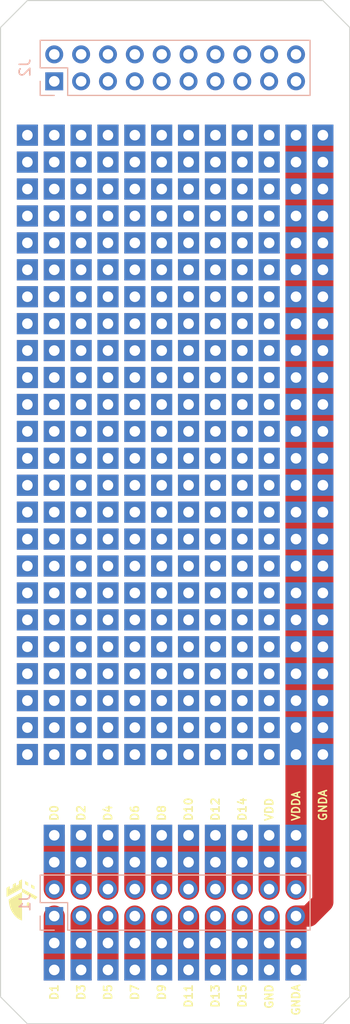
<source format=kicad_pcb>
(kicad_pcb (version 20171130) (host pcbnew 5.0.2-bee76a0~70~ubuntu18.04.1)
  (title_block (title "Scaffold breadboard") (date 2019-07-23) (company "LEDGER SAS") (comment 1 "Under LGPL v3 license"))
  (layers (0 F.Cu signal) (31 B.Cu signal) (34 B.Paste user) (35 F.Paste user) (36 B.SilkS user) (37 F.SilkS user) (38 B.Mask user) (39 F.Mask user) (44 Edge.Cuts user))
  (net 0 "")
  (net 1 GNDA)
  (net 2 GND)
  (net 3 "Net-(J2-Pad18)")
  (net 4 "Net-(J2-Pad16)")
  (net 5 "Net-(J2-Pad15)")
  (net 6 "Net-(J2-Pad14)")
  (net 7 "Net-(J2-Pad13)")
  (net 8 "Net-(J2-Pad12)")
  (net 9 "Net-(J2-Pad11)")
  (net 10 "Net-(J2-Pad10)")
  (net 11 "Net-(J2-Pad9)")
  (net 12 "Net-(J2-Pad6)")
  (net 13 "Net-(J2-Pad5)")
  (net 14 "Net-(J2-Pad17)")
  (net 15 "Net-(J2-Pad8)")
  (net 16 "Net-(J2-Pad7)")
  (net 17 "Net-(J2-Pad4)")
  (net 18 "Net-(J2-Pad3)")
  (net 19 "Net-(J2-Pad2)")
  (net 20 "Net-(J2-Pad1)")
  (net 21 "Net-(J2-Pad20)")
  (net 22 "Net-(J2-Pad19)")
  (net 23 VDDA)
  (net 24 VDD)
  (net 25 /D0)
  (net 26 /D1)
  (net 27 /D2)
  (net 28 /D3)
  (net 29 /D4)
  (net 30 /D8)
  (net 31 /D5)
  (net 32 /D6)
  (net 33 /D7)
  (net 34 /D11)
  (net 35 /D9)
  (net 36 /D10)
  (net 37 /D12)
  (net 38 /D13)
  (net 39 /D14)
  (net 40 /D15)
  (net 41 "Net-(TP88-Pad1)")
  (net 42 "Net-(TP81-Pad1)")
  (net 43 "Net-(TP82-Pad1)")
  (net 44 "Net-(TP83-Pad1)")
  (net 45 "Net-(TP84-Pad1)")
  (net 46 "Net-(TP85-Pad1)")
  (net 47 "Net-(TP86-Pad1)")
  (net 48 "Net-(TP87-Pad1)")
  (net 49 "Net-(TP89-Pad1)")
  (net 50 "Net-(TP90-Pad1)")
  (net 51 "Net-(TP91-Pad1)")
  (net 52 "Net-(TP92-Pad1)")
  (net 53 "Net-(TP93-Pad1)")
  (net 54 "Net-(TP94-Pad1)")
  (net 55 "Net-(TP95-Pad1)")
  (net 56 "Net-(TP96-Pad1)")
  (net 57 "Net-(TP97-Pad1)")
  (net 58 "Net-(TP98-Pad1)")
  (net 59 "Net-(TP99-Pad1)")
  (net 60 "Net-(TP100-Pad1)")
  (net 61 "Net-(TP106-Pad1)")
  (net 62 "Net-(TP101-Pad1)")
  (net 63 "Net-(TP102-Pad1)")
  (net 64 "Net-(TP103-Pad1)")
  (net 65 "Net-(TP104-Pad1)")
  (net 66 "Net-(TP105-Pad1)")
  (net 67 "Net-(TP108-Pad1)")
  (net 68 "Net-(TP120-Pad1)")
  (net 69 "Net-(TP119-Pad1)")
  (net 70 "Net-(TP118-Pad1)")
  (net 71 "Net-(TP117-Pad1)")
  (net 72 "Net-(TP116-Pad1)")
  (net 73 "Net-(TP115-Pad1)")
  (net 74 "Net-(TP114-Pad1)")
  (net 75 "Net-(TP113-Pad1)")
  (net 76 "Net-(TP112-Pad1)")
  (net 77 "Net-(TP111-Pad1)")
  (net 78 "Net-(TP110-Pad1)")
  (net 79 "Net-(TP109-Pad1)")
  (net 80 "Net-(TP107-Pad1)")
  (net 81 "Net-(TP121-Pad1)")
  (net 82 "Net-(TP140-Pad1)")
  (net 83 "Net-(TP132-Pad1)")
  (net 84 "Net-(TP122-Pad1)")
  (net 85 "Net-(TP138-Pad1)")
  (net 86 "Net-(TP124-Pad1)")
  (net 87 "Net-(TP125-Pad1)")
  (net 88 "Net-(TP126-Pad1)")
  (net 89 "Net-(TP127-Pad1)")
  (net 90 "Net-(TP128-Pad1)")
  (net 91 "Net-(TP129-Pad1)")
  (net 92 "Net-(TP130-Pad1)")
  (net 93 "Net-(TP131-Pad1)")
  (net 94 "Net-(TP123-Pad1)")
  (net 95 "Net-(TP133-Pad1)")
  (net 96 "Net-(TP134-Pad1)")
  (net 97 "Net-(TP135-Pad1)")
  (net 98 "Net-(TP136-Pad1)")
  (net 99 "Net-(TP137-Pad1)")
  (net 100 "Net-(TP139-Pad1)")
  (net 101 "Net-(TP151-Pad1)")
  (net 102 "Net-(TP159-Pad1)")
  (net 103 "Net-(TP142-Pad1)")
  (net 104 "Net-(TP143-Pad1)")
  (net 105 "Net-(TP144-Pad1)")
  (net 106 "Net-(TP145-Pad1)")
  (net 107 "Net-(TP146-Pad1)")
  (net 108 "Net-(TP147-Pad1)")
  (net 109 "Net-(TP148-Pad1)")
  (net 110 "Net-(TP149-Pad1)")
  (net 111 "Net-(TP150-Pad1)")
  (net 112 "Net-(TP141-Pad1)")
  (net 113 "Net-(TP152-Pad1)")
  (net 114 "Net-(TP153-Pad1)")
  (net 115 "Net-(TP154-Pad1)")
  (net 116 "Net-(TP155-Pad1)")
  (net 117 "Net-(TP156-Pad1)")
  (net 118 "Net-(TP157-Pad1)")
  (net 119 "Net-(TP158-Pad1)")
  (net 120 "Net-(TP160-Pad1)")
  (net 121 "Net-(TP180-Pad1)")
  (net 122 "Net-(TP170-Pad1)")
  (net 123 "Net-(TP178-Pad1)")
  (net 124 "Net-(TP161-Pad1)")
  (net 125 "Net-(TP162-Pad1)")
  (net 126 "Net-(TP163-Pad1)")
  (net 127 "Net-(TP164-Pad1)")
  (net 128 "Net-(TP165-Pad1)")
  (net 129 "Net-(TP166-Pad1)")
  (net 130 "Net-(TP167-Pad1)")
  (net 131 "Net-(TP168-Pad1)")
  (net 132 "Net-(TP169-Pad1)")
  (net 133 "Net-(TP171-Pad1)")
  (net 134 "Net-(TP172-Pad1)")
  (net 135 "Net-(TP173-Pad1)")
  (net 136 "Net-(TP174-Pad1)")
  (net 137 "Net-(TP175-Pad1)")
  (net 138 "Net-(TP176-Pad1)")
  (net 139 "Net-(TP177-Pad1)")
  (net 140 "Net-(TP179-Pad1)")
  (net 141 "Net-(TP189-Pad1)")
  (net 142 "Net-(TP199-Pad1)")
  (net 143 "Net-(TP181-Pad1)")
  (net 144 "Net-(TP182-Pad1)")
  (net 145 "Net-(TP183-Pad1)")
  (net 146 "Net-(TP184-Pad1)")
  (net 147 "Net-(TP185-Pad1)")
  (net 148 "Net-(TP186-Pad1)")
  (net 149 "Net-(TP187-Pad1)")
  (net 150 "Net-(TP188-Pad1)")
  (net 151 "Net-(TP190-Pad1)")
  (net 152 "Net-(TP191-Pad1)")
  (net 153 "Net-(TP192-Pad1)")
  (net 154 "Net-(TP193-Pad1)")
  (net 155 "Net-(TP194-Pad1)")
  (net 156 "Net-(TP195-Pad1)")
  (net 157 "Net-(TP196-Pad1)")
  (net 158 "Net-(TP197-Pad1)")
  (net 159 "Net-(TP198-Pad1)")
  (net 160 "Net-(TP200-Pad1)")
  (net 161 "Net-(TP220-Pad1)")
  (net 162 "Net-(TP207-Pad1)")
  (net 163 "Net-(TP218-Pad1)")
  (net 164 "Net-(TP201-Pad1)")
  (net 165 "Net-(TP202-Pad1)")
  (net 166 "Net-(TP203-Pad1)")
  (net 167 "Net-(TP204-Pad1)")
  (net 168 "Net-(TP205-Pad1)")
  (net 169 "Net-(TP206-Pad1)")
  (net 170 "Net-(TP208-Pad1)")
  (net 171 "Net-(TP209-Pad1)")
  (net 172 "Net-(TP210-Pad1)")
  (net 173 "Net-(TP211-Pad1)")
  (net 174 "Net-(TP212-Pad1)")
  (net 175 "Net-(TP213-Pad1)")
  (net 176 "Net-(TP214-Pad1)")
  (net 177 "Net-(TP215-Pad1)")
  (net 178 "Net-(TP216-Pad1)")
  (net 179 "Net-(TP217-Pad1)")
  (net 180 "Net-(TP219-Pad1)")
  (net 181 "Net-(TP226-Pad1)")
  (net 182 "Net-(TP239-Pad1)")
  (net 183 "Net-(TP221-Pad1)")
  (net 184 "Net-(TP222-Pad1)")
  (net 185 "Net-(TP223-Pad1)")
  (net 186 "Net-(TP224-Pad1)")
  (net 187 "Net-(TP240-Pad1)")
  (net 188 "Net-(TP238-Pad1)")
  (net 189 "Net-(TP237-Pad1)")
  (net 190 "Net-(TP236-Pad1)")
  (net 191 "Net-(TP235-Pad1)")
  (net 192 "Net-(TP234-Pad1)")
  (net 193 "Net-(TP233-Pad1)")
  (net 194 "Net-(TP232-Pad1)")
  (net 195 "Net-(TP231-Pad1)")
  (net 196 "Net-(TP230-Pad1)")
  (net 197 "Net-(TP229-Pad1)")
  (net 198 "Net-(TP228-Pad1)")
  (net 199 "Net-(TP227-Pad1)")
  (net 200 "Net-(TP225-Pad1)")
  (net 201 "Net-(TP260-Pad1)")
  (net 202 "Net-(TP258-Pad1)")
  (net 203 "Net-(TP244-Pad1)")
  (net 204 "Net-(TP243-Pad1)")
  (net 205 "Net-(TP242-Pad1)")
  (net 206 "Net-(TP241-Pad1)")
  (net 207 "Net-(TP245-Pad1)")
  (net 208 "Net-(TP259-Pad1)")
  (net 209 "Net-(TP257-Pad1)")
  (net 210 "Net-(TP256-Pad1)")
  (net 211 "Net-(TP255-Pad1)")
  (net 212 "Net-(TP254-Pad1)")
  (net 213 "Net-(TP253-Pad1)")
  (net 214 "Net-(TP252-Pad1)")
  (net 215 "Net-(TP251-Pad1)")
  (net 216 "Net-(TP250-Pad1)")
  (net 217 "Net-(TP249-Pad1)")
  (net 218 "Net-(TP248-Pad1)")
  (net 219 "Net-(TP247-Pad1)")
  (net 220 "Net-(TP246-Pad1)")
  (net 221 "Net-(TP264-Pad1)")
  (net 222 "Net-(TP266-Pad1)")
  (net 223 "Net-(TP261-Pad1)")
  (net 224 "Net-(TP262-Pad1)")
  (net 225 "Net-(TP263-Pad1)")
  (net 226 "Net-(TP272-Pad1)")
  (net 227 "Net-(TP265-Pad1)")
  (net 228 "Net-(TP267-Pad1)")
  (net 229 "Net-(TP268-Pad1)")
  (net 230 "Net-(TP269-Pad1)")
  (net 231 "Net-(TP270-Pad1)")
  (net 232 "Net-(TP271-Pad1)")
  (net 233 "Net-(TP273-Pad1)")
  (net 234 "Net-(TP274-Pad1)")
  (net 235 "Net-(TP275-Pad1)")
  (net 236 "Net-(TP276-Pad1)")
  (net 237 "Net-(TP277-Pad1)")
  (net 238 "Net-(TP278-Pad1)")
  (net 239 "Net-(TP279-Pad1)")
  (net 240 "Net-(TP280-Pad1)")
  (net 241 "Net-(TP281-Pad1)")
  (net 242 "Net-(TP282-Pad1)")
  (net 243 "Net-(TP283-Pad1)")
  (net 244 "Net-(TP284-Pad1)")
  (net 245 "Net-(TP285-Pad1)")
  (net 246 "Net-(TP286-Pad1)")
  (net 247 "Net-(TP287-Pad1)")
  (net 248 "Net-(TP288-Pad1)")
  (net 249 "Net-(TP289-Pad1)")
  (net 250 "Net-(TP290-Pad1)")
  (net 251 "Net-(TP291-Pad1)")
  (net 252 "Net-(TP292-Pad1)")
  (net 253 "Net-(TP293-Pad1)")
  (net 254 "Net-(TP294-Pad1)")
  (net 255 "Net-(TP295-Pad1)")
  (net 256 "Net-(TP296-Pad1)")
  (net 257 "Net-(TP297-Pad1)")
  (net 258 "Net-(TP298-Pad1)")
  (net 259 "Net-(TP299-Pad1)")
  (net 260 "Net-(TP300-Pad1)")
  (net 261 "Net-(TP301-Pad1)")
  (net 262 "Net-(TP302-Pad1)")
  (net 263 "Net-(TP303-Pad1)")
  (net 264 "Net-(TP304-Pad1)")
  (net 265 "Net-(TP305-Pad1)")
  (net 266 "Net-(TP306-Pad1)")
  (net 267 "Net-(TP307-Pad1)")
  (net 268 "Net-(TP308-Pad1)")
  (net 269 "Net-(TP309-Pad1)")
  (net 270 "Net-(TP310-Pad1)")
  (net 271 "Net-(TP311-Pad1)")
  (net 272 "Net-(TP312-Pad1)")
  (net 273 "Net-(TP313-Pad1)")
  (net 274 "Net-(TP314-Pad1)")
  (net 275 "Net-(TP315-Pad1)")
  (net 276 "Net-(TP316-Pad1)")
  (net 277 "Net-(TP317-Pad1)")
  (net 278 "Net-(TP318-Pad1)")
  (net 279 "Net-(TP319-Pad1)")
  (net 280 "Net-(TP320-Pad1)")
  (module mykicadlibs:TEST_BREADBOARD_RECTANGULAR (layer F.Cu) (at 76.2 137.16)
    (fp_text reference TP328 hide)
    (fp_text value TestPoint hide)
    (pad 1 thru_hole rect (at 0 0) (size 2 2) (drill 1) (layers *.Cu *.Mask) (net 1 GNDA))
  )
  (module mykicadlibs:TEST_BREADBOARD_RECTANGULAR (layer F.Cu) (at 76.2 139.7)
    (fp_text reference TP327 hide)
    (fp_text value TestPoint hide)
    (pad 1 thru_hole rect (at 0 0) (size 2 2) (drill 1) (layers *.Cu *.Mask) (net 1 GNDA))
  )
  (module mykicadlibs:TEST_BREADBOARD_RECTANGULAR (layer F.Cu) (at 73.66 139.7)
    (fp_text reference TP326 hide)
    (fp_text value TestPoint hide)
    (pad 1 thru_hole rect (at 0 0) (size 2 2) (drill 1) (layers *.Cu *.Mask) (net 23 VDDA))
  )
  (module mykicadlibs:TEST_BREADBOARD_RECTANGULAR (layer F.Cu) (at 73.66 137.16)
    (fp_text reference TP325 hide)
    (fp_text value TestPoint hide)
    (pad 1 thru_hole rect (at 0 0) (size 2 2) (drill 1) (layers *.Cu *.Mask) (net 23 VDDA))
  )
  (module mykicadlibs:TEST_BREADBOARD_RECTANGULAR (layer F.Cu) (at 76.2 132.08)
    (fp_text reference TP324 hide)
    (fp_text value TestPoint hide)
    (pad 1 thru_hole rect (at 0 0) (size 2 2) (drill 1) (layers *.Cu *.Mask) (net 1 GNDA))
  )
  (module mykicadlibs:TEST_BREADBOARD_RECTANGULAR (layer F.Cu) (at 76.2 134.62)
    (fp_text reference TP323 hide)
    (fp_text value TestPoint hide)
    (pad 1 thru_hole rect (at 0 0) (size 2 2) (drill 1) (layers *.Cu *.Mask) (net 1 GNDA))
  )
  (module mykicadlibs:TEST_BREADBOARD_RECTANGULAR (layer F.Cu) (at 73.66 134.62)
    (fp_text reference TP322 hide)
    (fp_text value TestPoint hide)
    (pad 1 thru_hole rect (at 0 0) (size 2 2) (drill 1) (layers *.Cu *.Mask) (net 23 VDDA))
  )
  (module mykicadlibs:TEST_BREADBOARD_RECTANGULAR (layer F.Cu) (at 73.66 132.08)
    (fp_text reference TP321 hide)
    (fp_text value TestPoint hide)
    (pad 1 thru_hole rect (at 0 0) (size 2 2) (drill 1) (layers *.Cu *.Mask) (net 23 VDDA))
  )
  (module mykicadlibs:TEST_BREADBOARD_RECTANGULAR (layer F.Cu) (at 71.12 139.7)
    (fp_text reference TP320 hide)
    (fp_text value TestPoint hide)
    (pad 1 thru_hole rect (at 0 0) (size 2 2) (drill 1) (layers *.Cu *.Mask) (net 280 "Net-(TP320-Pad1)"))
  )
  (module mykicadlibs:TEST_BREADBOARD_RECTANGULAR (layer F.Cu) (at 71.12 137.16)
    (fp_text reference TP319 hide)
    (fp_text value TestPoint hide)
    (pad 1 thru_hole rect (at 0 0) (size 2 2) (drill 1) (layers *.Cu *.Mask) (net 279 "Net-(TP319-Pad1)"))
  )
  (module mykicadlibs:TEST_BREADBOARD_RECTANGULAR (layer F.Cu) (at 71.12 134.62)
    (fp_text reference TP318 hide)
    (fp_text value TestPoint hide)
    (pad 1 thru_hole rect (at 0 0) (size 2 2) (drill 1) (layers *.Cu *.Mask) (net 278 "Net-(TP318-Pad1)"))
  )
  (module mykicadlibs:TEST_BREADBOARD_RECTANGULAR (layer F.Cu) (at 71.12 132.08)
    (fp_text reference TP317 hide)
    (fp_text value TestPoint hide)
    (pad 1 thru_hole rect (at 0 0) (size 2 2) (drill 1) (layers *.Cu *.Mask) (net 277 "Net-(TP317-Pad1)"))
  )
  (module mykicadlibs:TEST_BREADBOARD_RECTANGULAR (layer F.Cu) (at 68.58 139.7)
    (fp_text reference TP316 hide)
    (fp_text value TestPoint hide)
    (pad 1 thru_hole rect (at 0 0) (size 2 2) (drill 1) (layers *.Cu *.Mask) (net 276 "Net-(TP316-Pad1)"))
  )
  (module mykicadlibs:TEST_BREADBOARD_RECTANGULAR (layer F.Cu) (at 68.58 134.62)
    (fp_text reference TP315 hide)
    (fp_text value TestPoint hide)
    (pad 1 thru_hole rect (at 0 0) (size 2 2) (drill 1) (layers *.Cu *.Mask) (net 275 "Net-(TP315-Pad1)"))
  )
  (module mykicadlibs:TEST_BREADBOARD_RECTANGULAR (layer F.Cu) (at 68.58 137.16)
    (fp_text reference TP314 hide)
    (fp_text value TestPoint hide)
    (pad 1 thru_hole rect (at 0 0) (size 2 2) (drill 1) (layers *.Cu *.Mask) (net 274 "Net-(TP314-Pad1)"))
  )
  (module mykicadlibs:TEST_BREADBOARD_RECTANGULAR (layer F.Cu) (at 68.58 132.08)
    (fp_text reference TP313 hide)
    (fp_text value TestPoint hide)
    (pad 1 thru_hole rect (at 0 0) (size 2 2) (drill 1) (layers *.Cu *.Mask) (net 273 "Net-(TP313-Pad1)"))
  )
  (module mykicadlibs:TEST_BREADBOARD_RECTANGULAR (layer F.Cu) (at 66.04 137.16)
    (fp_text reference TP312 hide)
    (fp_text value TestPoint hide)
    (pad 1 thru_hole rect (at 0 0) (size 2 2) (drill 1) (layers *.Cu *.Mask) (net 272 "Net-(TP312-Pad1)"))
  )
  (module mykicadlibs:TEST_BREADBOARD_RECTANGULAR (layer F.Cu) (at 66.04 139.7)
    (fp_text reference TP311 hide)
    (fp_text value TestPoint hide)
    (pad 1 thru_hole rect (at 0 0) (size 2 2) (drill 1) (layers *.Cu *.Mask) (net 271 "Net-(TP311-Pad1)"))
  )
  (module mykicadlibs:TEST_BREADBOARD_RECTANGULAR (layer F.Cu) (at 66.04 134.62)
    (fp_text reference TP310 hide)
    (fp_text value TestPoint hide)
    (pad 1 thru_hole rect (at 0 0) (size 2 2) (drill 1) (layers *.Cu *.Mask) (net 270 "Net-(TP310-Pad1)"))
  )
  (module mykicadlibs:TEST_BREADBOARD_RECTANGULAR (layer F.Cu) (at 66.04 132.08)
    (fp_text reference TP309 hide)
    (fp_text value TestPoint hide)
    (pad 1 thru_hole rect (at 0 0) (size 2 2) (drill 1) (layers *.Cu *.Mask) (net 269 "Net-(TP309-Pad1)"))
  )
  (module mykicadlibs:TEST_BREADBOARD_RECTANGULAR (layer F.Cu) (at 63.5 139.7)
    (fp_text reference TP308 hide)
    (fp_text value TestPoint hide)
    (pad 1 thru_hole rect (at 0 0) (size 2 2) (drill 1) (layers *.Cu *.Mask) (net 268 "Net-(TP308-Pad1)"))
  )
  (module mykicadlibs:TEST_BREADBOARD_RECTANGULAR (layer F.Cu) (at 63.5 134.62)
    (fp_text reference TP307 hide)
    (fp_text value TestPoint hide)
    (pad 1 thru_hole rect (at 0 0) (size 2 2) (drill 1) (layers *.Cu *.Mask) (net 267 "Net-(TP307-Pad1)"))
  )
  (module mykicadlibs:TEST_BREADBOARD_RECTANGULAR (layer F.Cu) (at 63.5 137.16)
    (fp_text reference TP306 hide)
    (fp_text value TestPoint hide)
    (pad 1 thru_hole rect (at 0 0) (size 2 2) (drill 1) (layers *.Cu *.Mask) (net 266 "Net-(TP306-Pad1)"))
  )
  (module mykicadlibs:TEST_BREADBOARD_RECTANGULAR (layer F.Cu) (at 63.5 132.08)
    (fp_text reference TP305 hide)
    (fp_text value TestPoint hide)
    (pad 1 thru_hole rect (at 0 0) (size 2 2) (drill 1) (layers *.Cu *.Mask) (net 265 "Net-(TP305-Pad1)"))
  )
  (module mykicadlibs:TEST_BREADBOARD_RECTANGULAR (layer F.Cu) (at 60.96 137.16)
    (fp_text reference TP304 hide)
    (fp_text value TestPoint hide)
    (pad 1 thru_hole rect (at 0 0) (size 2 2) (drill 1) (layers *.Cu *.Mask) (net 264 "Net-(TP304-Pad1)"))
  )
  (module mykicadlibs:TEST_BREADBOARD_RECTANGULAR (layer F.Cu) (at 60.96 134.62)
    (fp_text reference TP303 hide)
    (fp_text value TestPoint hide)
    (pad 1 thru_hole rect (at 0 0) (size 2 2) (drill 1) (layers *.Cu *.Mask) (net 263 "Net-(TP303-Pad1)"))
  )
  (module mykicadlibs:TEST_BREADBOARD_RECTANGULAR (layer F.Cu) (at 60.96 139.7)
    (fp_text reference TP302 hide)
    (fp_text value TestPoint hide)
    (pad 1 thru_hole rect (at 0 0) (size 2 2) (drill 1) (layers *.Cu *.Mask) (net 262 "Net-(TP302-Pad1)"))
  )
  (module mykicadlibs:TEST_BREADBOARD_RECTANGULAR (layer F.Cu) (at 60.96 132.08)
    (fp_text reference TP301 hide)
    (fp_text value TestPoint hide)
    (pad 1 thru_hole rect (at 0 0) (size 2 2) (drill 1) (layers *.Cu *.Mask) (net 261 "Net-(TP301-Pad1)"))
  )
  (module mykicadlibs:TEST_BREADBOARD_RECTANGULAR (layer F.Cu) (at 58.42 139.7)
    (fp_text reference TP300 hide)
    (fp_text value TestPoint hide)
    (pad 1 thru_hole rect (at 0 0) (size 2 2) (drill 1) (layers *.Cu *.Mask) (net 260 "Net-(TP300-Pad1)"))
  )
  (module mykicadlibs:TEST_BREADBOARD_RECTANGULAR (layer F.Cu) (at 58.42 134.62)
    (fp_text reference TP299 hide)
    (fp_text value TestPoint hide)
    (pad 1 thru_hole rect (at 0 0) (size 2 2) (drill 1) (layers *.Cu *.Mask) (net 259 "Net-(TP299-Pad1)"))
  )
  (module mykicadlibs:TEST_BREADBOARD_RECTANGULAR (layer F.Cu) (at 58.42 137.16)
    (fp_text reference TP298 hide)
    (fp_text value TestPoint hide)
    (pad 1 thru_hole rect (at 0 0) (size 2 2) (drill 1) (layers *.Cu *.Mask) (net 258 "Net-(TP298-Pad1)"))
  )
  (module mykicadlibs:TEST_BREADBOARD_RECTANGULAR (layer F.Cu) (at 58.42 132.08)
    (fp_text reference TP297 hide)
    (fp_text value TestPoint hide)
    (pad 1 thru_hole rect (at 0 0) (size 2 2) (drill 1) (layers *.Cu *.Mask) (net 257 "Net-(TP297-Pad1)"))
  )
  (module mykicadlibs:TEST_BREADBOARD_RECTANGULAR (layer F.Cu) (at 55.88 139.7)
    (fp_text reference TP296 hide)
    (fp_text value TestPoint hide)
    (pad 1 thru_hole rect (at 0 0) (size 2 2) (drill 1) (layers *.Cu *.Mask) (net 256 "Net-(TP296-Pad1)"))
  )
  (module mykicadlibs:TEST_BREADBOARD_RECTANGULAR (layer F.Cu) (at 55.88 137.16)
    (fp_text reference TP295 hide)
    (fp_text value TestPoint hide)
    (pad 1 thru_hole rect (at 0 0) (size 2 2) (drill 1) (layers *.Cu *.Mask) (net 255 "Net-(TP295-Pad1)"))
  )
  (module mykicadlibs:TEST_BREADBOARD_RECTANGULAR (layer F.Cu) (at 55.88 134.62)
    (fp_text reference TP294 hide)
    (fp_text value TestPoint hide)
    (pad 1 thru_hole rect (at 0 0) (size 2 2) (drill 1) (layers *.Cu *.Mask) (net 254 "Net-(TP294-Pad1)"))
  )
  (module mykicadlibs:TEST_BREADBOARD_RECTANGULAR (layer F.Cu) (at 55.88 132.08)
    (fp_text reference TP293 hide)
    (fp_text value TestPoint hide)
    (pad 1 thru_hole rect (at 0 0) (size 2 2) (drill 1) (layers *.Cu *.Mask) (net 253 "Net-(TP293-Pad1)"))
  )
  (module mykicadlibs:TEST_BREADBOARD_RECTANGULAR (layer F.Cu) (at 53.34 137.16)
    (fp_text reference TP292 hide)
    (fp_text value TestPoint hide)
    (pad 1 thru_hole rect (at 0 0) (size 2 2) (drill 1) (layers *.Cu *.Mask) (net 252 "Net-(TP292-Pad1)"))
  )
  (module mykicadlibs:TEST_BREADBOARD_RECTANGULAR (layer F.Cu) (at 53.34 134.62)
    (fp_text reference TP291 hide)
    (fp_text value TestPoint hide)
    (pad 1 thru_hole rect (at 0 0) (size 2 2) (drill 1) (layers *.Cu *.Mask) (net 251 "Net-(TP291-Pad1)"))
  )
  (module mykicadlibs:TEST_BREADBOARD_RECTANGULAR (layer F.Cu) (at 53.34 139.7)
    (fp_text reference TP290 hide)
    (fp_text value TestPoint hide)
    (pad 1 thru_hole rect (at 0 0) (size 2 2) (drill 1) (layers *.Cu *.Mask) (net 250 "Net-(TP290-Pad1)"))
  )
  (module mykicadlibs:TEST_BREADBOARD_RECTANGULAR (layer F.Cu) (at 53.34 132.08)
    (fp_text reference TP289 hide)
    (fp_text value TestPoint hide)
    (pad 1 thru_hole rect (at 0 0) (size 2 2) (drill 1) (layers *.Cu *.Mask) (net 249 "Net-(TP289-Pad1)"))
  )
  (module mykicadlibs:TEST_BREADBOARD_RECTANGULAR (layer F.Cu) (at 50.8 139.7)
    (fp_text reference TP288 hide)
    (fp_text value TestPoint hide)
    (pad 1 thru_hole rect (at 0 0) (size 2 2) (drill 1) (layers *.Cu *.Mask) (net 248 "Net-(TP288-Pad1)"))
  )
  (module mykicadlibs:TEST_BREADBOARD_RECTANGULAR (layer F.Cu) (at 50.8 134.62)
    (fp_text reference TP287 hide)
    (fp_text value TestPoint hide)
    (pad 1 thru_hole rect (at 0 0) (size 2 2) (drill 1) (layers *.Cu *.Mask) (net 247 "Net-(TP287-Pad1)"))
  )
  (module mykicadlibs:TEST_BREADBOARD_RECTANGULAR (layer F.Cu) (at 50.8 137.16)
    (fp_text reference TP286 hide)
    (fp_text value TestPoint hide)
    (pad 1 thru_hole rect (at 0 0) (size 2 2) (drill 1) (layers *.Cu *.Mask) (net 246 "Net-(TP286-Pad1)"))
  )
  (module mykicadlibs:TEST_BREADBOARD_RECTANGULAR (layer F.Cu) (at 50.8 132.08)
    (fp_text reference TP285 hide)
    (fp_text value TestPoint hide)
    (pad 1 thru_hole rect (at 0 0) (size 2 2) (drill 1) (layers *.Cu *.Mask) (net 245 "Net-(TP285-Pad1)"))
  )
  (module mykicadlibs:TEST_BREADBOARD_RECTANGULAR (layer F.Cu) (at 48.26 139.7)
    (fp_text reference TP284 hide)
    (fp_text value TestPoint hide)
    (pad 1 thru_hole rect (at 0 0) (size 2 2) (drill 1) (layers *.Cu *.Mask) (net 244 "Net-(TP284-Pad1)"))
  )
  (module mykicadlibs:TEST_BREADBOARD_RECTANGULAR (layer F.Cu) (at 48.26 137.16)
    (fp_text reference TP283 hide)
    (fp_text value TestPoint hide)
    (pad 1 thru_hole rect (at 0 0) (size 2 2) (drill 1) (layers *.Cu *.Mask) (net 243 "Net-(TP283-Pad1)"))
  )
  (module mykicadlibs:TEST_BREADBOARD_RECTANGULAR (layer F.Cu) (at 48.26 134.62)
    (fp_text reference TP282 hide)
    (fp_text value TestPoint hide)
    (pad 1 thru_hole rect (at 0 0) (size 2 2) (drill 1) (layers *.Cu *.Mask) (net 242 "Net-(TP282-Pad1)"))
  )
  (module mykicadlibs:TEST_BREADBOARD_RECTANGULAR (layer F.Cu) (at 48.26 132.08)
    (fp_text reference TP281 hide)
    (fp_text value TestPoint hide)
    (pad 1 thru_hole rect (at 0 0) (size 2 2) (drill 1) (layers *.Cu *.Mask) (net 241 "Net-(TP281-Pad1)"))
  )
  (module mykicadlibs:TEST_BREADBOARD_RECTANGULAR (layer F.Cu) (at 71.12 111.76)
    (fp_text reference TP280 hide)
    (fp_text value TestPoint hide)
    (pad 1 thru_hole rect (at 0 0) (size 2 2) (drill 1) (layers *.Cu *.Mask) (net 240 "Net-(TP280-Pad1)"))
  )
  (module mykicadlibs:TEST_BREADBOARD_RECTANGULAR (layer F.Cu) (at 71.12 129.54)
    (fp_text reference TP279 hide)
    (fp_text value TestPoint hide)
    (pad 1 thru_hole rect (at 0 0) (size 2 2) (drill 1) (layers *.Cu *.Mask) (net 239 "Net-(TP279-Pad1)"))
  )
  (module mykicadlibs:TEST_BREADBOARD_RECTANGULAR (layer F.Cu) (at 71.12 81.28)
    (fp_text reference TP278 hide)
    (fp_text value TestPoint hide)
    (pad 1 thru_hole rect (at 0 0) (size 2 2) (drill 1) (layers *.Cu *.Mask) (net 238 "Net-(TP278-Pad1)"))
  )
  (module mykicadlibs:TEST_BREADBOARD_RECTANGULAR (layer F.Cu) (at 71.12 104.14)
    (fp_text reference TP277 hide)
    (fp_text value TestPoint hide)
    (pad 1 thru_hole rect (at 0 0) (size 2 2) (drill 1) (layers *.Cu *.Mask) (net 237 "Net-(TP277-Pad1)"))
  )
  (module mykicadlibs:TEST_BREADBOARD_RECTANGULAR (layer F.Cu) (at 71.12 116.84)
    (fp_text reference TP276 hide)
    (fp_text value TestPoint hide)
    (pad 1 thru_hole rect (at 0 0) (size 2 2) (drill 1) (layers *.Cu *.Mask) (net 236 "Net-(TP276-Pad1)"))
  )
  (module mykicadlibs:TEST_BREADBOARD_RECTANGULAR (layer F.Cu) (at 71.12 124.46)
    (fp_text reference TP275 hide)
    (fp_text value TestPoint hide)
    (pad 1 thru_hole rect (at 0 0) (size 2 2) (drill 1) (layers *.Cu *.Mask) (net 235 "Net-(TP275-Pad1)"))
  )
  (module mykicadlibs:TEST_BREADBOARD_RECTANGULAR (layer F.Cu) (at 71.12 86.36)
    (fp_text reference TP274 hide)
    (fp_text value TestPoint hide)
    (pad 1 thru_hole rect (at 0 0) (size 2 2) (drill 1) (layers *.Cu *.Mask) (net 234 "Net-(TP274-Pad1)"))
  )
  (module mykicadlibs:TEST_BREADBOARD_RECTANGULAR (layer F.Cu) (at 71.12 106.68)
    (fp_text reference TP273 hide)
    (fp_text value TestPoint hide)
    (pad 1 thru_hole rect (at 0 0) (size 2 2) (drill 1) (layers *.Cu *.Mask) (net 233 "Net-(TP273-Pad1)"))
  )
  (module mykicadlibs:TEST_BREADBOARD_RECTANGULAR (layer F.Cu) (at 71.12 114.3)
    (fp_text reference TP271 hide)
    (fp_text value TestPoint hide)
    (pad 1 thru_hole rect (at 0 0) (size 2 2) (drill 1) (layers *.Cu *.Mask) (net 232 "Net-(TP271-Pad1)"))
  )
  (module mykicadlibs:TEST_BREADBOARD_RECTANGULAR (layer F.Cu) (at 71.12 121.92)
    (fp_text reference TP270 hide)
    (fp_text value TestPoint hide)
    (pad 1 thru_hole rect (at 0 0) (size 2 2) (drill 1) (layers *.Cu *.Mask) (net 231 "Net-(TP270-Pad1)"))
  )
  (module mykicadlibs:TEST_BREADBOARD_RECTANGULAR (layer F.Cu) (at 71.12 93.98)
    (fp_text reference TP269 hide)
    (fp_text value TestPoint hide)
    (pad 1 thru_hole rect (at 0 0) (size 2 2) (drill 1) (layers *.Cu *.Mask) (net 230 "Net-(TP269-Pad1)"))
  )
  (module mykicadlibs:TEST_BREADBOARD_RECTANGULAR (layer F.Cu) (at 71.12 99.06)
    (fp_text reference TP268 hide)
    (fp_text value TestPoint hide)
    (pad 1 thru_hole rect (at 0 0) (size 2 2) (drill 1) (layers *.Cu *.Mask) (net 229 "Net-(TP268-Pad1)"))
  )
  (module mykicadlibs:TEST_BREADBOARD_RECTANGULAR (layer F.Cu) (at 71.12 119.38)
    (fp_text reference TP267 hide)
    (fp_text value TestPoint hide)
    (pad 1 thru_hole rect (at 0 0) (size 2 2) (drill 1) (layers *.Cu *.Mask) (net 228 "Net-(TP267-Pad1)"))
  )
  (module mykicadlibs:TEST_BREADBOARD_RECTANGULAR (layer F.Cu) (at 71.12 127)
    (fp_text reference TP265 hide)
    (fp_text value TestPoint hide)
    (pad 1 thru_hole rect (at 0 0) (size 2 2) (drill 1) (layers *.Cu *.Mask) (net 227 "Net-(TP265-Pad1)"))
  )
  (module mykicadlibs:TEST_BREADBOARD_RECTANGULAR (layer F.Cu) (at 71.12 83.82)
    (fp_text reference TP272 hide)
    (fp_text value TestPoint hide)
    (pad 1 thru_hole rect (at 0 0) (size 2 2) (drill 1) (layers *.Cu *.Mask) (net 226 "Net-(TP272-Pad1)"))
  )
  (module mykicadlibs:TEST_BREADBOARD_RECTANGULAR (layer F.Cu) (at 71.12 101.6)
    (fp_text reference TP263 hide)
    (fp_text value TestPoint hide)
    (pad 1 thru_hole rect (at 0 0) (size 2 2) (drill 1) (layers *.Cu *.Mask) (net 225 "Net-(TP263-Pad1)"))
  )
  (module mykicadlibs:TEST_BREADBOARD_RECTANGULAR (layer F.Cu) (at 71.12 96.52)
    (fp_text reference TP262 hide)
    (fp_text value TestPoint hide)
    (pad 1 thru_hole rect (at 0 0) (size 2 2) (drill 1) (layers *.Cu *.Mask) (net 224 "Net-(TP262-Pad1)"))
  )
  (module mykicadlibs:TEST_BREADBOARD_RECTANGULAR (layer F.Cu) (at 71.12 88.9)
    (fp_text reference TP261 hide)
    (fp_text value TestPoint hide)
    (pad 1 thru_hole rect (at 0 0) (size 2 2) (drill 1) (layers *.Cu *.Mask) (net 223 "Net-(TP261-Pad1)"))
  )
  (module mykicadlibs:TEST_BREADBOARD_RECTANGULAR (layer F.Cu) (at 71.12 109.22)
    (fp_text reference TP266 hide)
    (fp_text value TestPoint hide)
    (pad 1 thru_hole rect (at 0 0) (size 2 2) (drill 1) (layers *.Cu *.Mask) (net 222 "Net-(TP266-Pad1)"))
  )
  (module mykicadlibs:TEST_BREADBOARD_RECTANGULAR (layer F.Cu) (at 71.12 91.44)
    (fp_text reference TP264 hide)
    (fp_text value TestPoint hide)
    (pad 1 thru_hole rect (at 0 0) (size 2 2) (drill 1) (layers *.Cu *.Mask) (net 221 "Net-(TP264-Pad1)"))
  )
  (module mykicadlibs:TEST_BREADBOARD_RECTANGULAR (layer F.Cu) (at 68.58 114.3)
    (fp_text reference TP246 hide)
    (fp_text value TestPoint hide)
    (pad 1 thru_hole rect (at 0 0) (size 2 2) (drill 1) (layers *.Cu *.Mask) (net 220 "Net-(TP246-Pad1)"))
  )
  (module mykicadlibs:TEST_BREADBOARD_RECTANGULAR (layer F.Cu) (at 68.58 129.54)
    (fp_text reference TP247 hide)
    (fp_text value TestPoint hide)
    (pad 1 thru_hole rect (at 0 0) (size 2 2) (drill 1) (layers *.Cu *.Mask) (net 219 "Net-(TP247-Pad1)"))
  )
  (module mykicadlibs:TEST_BREADBOARD_RECTANGULAR (layer F.Cu) (at 68.58 88.9)
    (fp_text reference TP248 hide)
    (fp_text value TestPoint hide)
    (pad 1 thru_hole rect (at 0 0) (size 2 2) (drill 1) (layers *.Cu *.Mask) (net 218 "Net-(TP248-Pad1)"))
  )
  (module mykicadlibs:TEST_BREADBOARD_RECTANGULAR (layer F.Cu) (at 68.58 104.14)
    (fp_text reference TP249 hide)
    (fp_text value TestPoint hide)
    (pad 1 thru_hole rect (at 0 0) (size 2 2) (drill 1) (layers *.Cu *.Mask) (net 217 "Net-(TP249-Pad1)"))
  )
  (module mykicadlibs:TEST_BREADBOARD_RECTANGULAR (layer F.Cu) (at 68.58 111.76)
    (fp_text reference TP250 hide)
    (fp_text value TestPoint hide)
    (pad 1 thru_hole rect (at 0 0) (size 2 2) (drill 1) (layers *.Cu *.Mask) (net 216 "Net-(TP250-Pad1)"))
  )
  (module mykicadlibs:TEST_BREADBOARD_RECTANGULAR (layer F.Cu) (at 68.58 124.46)
    (fp_text reference TP251 hide)
    (fp_text value TestPoint hide)
    (pad 1 thru_hole rect (at 0 0) (size 2 2) (drill 1) (layers *.Cu *.Mask) (net 215 "Net-(TP251-Pad1)"))
  )
  (module mykicadlibs:TEST_BREADBOARD_RECTANGULAR (layer F.Cu) (at 68.58 86.36)
    (fp_text reference TP252 hide)
    (fp_text value TestPoint hide)
    (pad 1 thru_hole rect (at 0 0) (size 2 2) (drill 1) (layers *.Cu *.Mask) (net 214 "Net-(TP252-Pad1)"))
  )
  (module mykicadlibs:TEST_BREADBOARD_RECTANGULAR (layer F.Cu) (at 68.58 101.6)
    (fp_text reference TP253 hide)
    (fp_text value TestPoint hide)
    (pad 1 thru_hole rect (at 0 0) (size 2 2) (drill 1) (layers *.Cu *.Mask) (net 213 "Net-(TP253-Pad1)"))
  )
  (module mykicadlibs:TEST_BREADBOARD_RECTANGULAR (layer F.Cu) (at 68.58 109.22)
    (fp_text reference TP254 hide)
    (fp_text value TestPoint hide)
    (pad 1 thru_hole rect (at 0 0) (size 2 2) (drill 1) (layers *.Cu *.Mask) (net 212 "Net-(TP254-Pad1)"))
  )
  (module mykicadlibs:TEST_BREADBOARD_RECTANGULAR (layer F.Cu) (at 68.58 121.92)
    (fp_text reference TP255 hide)
    (fp_text value TestPoint hide)
    (pad 1 thru_hole rect (at 0 0) (size 2 2) (drill 1) (layers *.Cu *.Mask) (net 211 "Net-(TP255-Pad1)"))
  )
  (module mykicadlibs:TEST_BREADBOARD_RECTANGULAR (layer F.Cu) (at 68.58 91.44)
    (fp_text reference TP256 hide)
    (fp_text value TestPoint hide)
    (pad 1 thru_hole rect (at 0 0) (size 2 2) (drill 1) (layers *.Cu *.Mask) (net 210 "Net-(TP256-Pad1)"))
  )
  (module mykicadlibs:TEST_BREADBOARD_RECTANGULAR (layer F.Cu) (at 68.58 96.52)
    (fp_text reference TP257 hide)
    (fp_text value TestPoint hide)
    (pad 1 thru_hole rect (at 0 0) (size 2 2) (drill 1) (layers *.Cu *.Mask) (net 209 "Net-(TP257-Pad1)"))
  )
  (module mykicadlibs:TEST_BREADBOARD_RECTANGULAR (layer F.Cu) (at 68.58 119.38)
    (fp_text reference TP259 hide)
    (fp_text value TestPoint hide)
    (pad 1 thru_hole rect (at 0 0) (size 2 2) (drill 1) (layers *.Cu *.Mask) (net 208 "Net-(TP259-Pad1)"))
  )
  (module mykicadlibs:TEST_BREADBOARD_RECTANGULAR (layer F.Cu) (at 68.58 127)
    (fp_text reference TP245 hide)
    (fp_text value TestPoint hide)
    (pad 1 thru_hole rect (at 0 0) (size 2 2) (drill 1) (layers *.Cu *.Mask) (net 207 "Net-(TP245-Pad1)"))
  )
  (module mykicadlibs:TEST_BREADBOARD_RECTANGULAR (layer F.Cu) (at 68.58 83.82)
    (fp_text reference TP241 hide)
    (fp_text value TestPoint hide)
    (pad 1 thru_hole rect (at 0 0) (size 2 2) (drill 1) (layers *.Cu *.Mask) (net 206 "Net-(TP241-Pad1)"))
  )
  (module mykicadlibs:TEST_BREADBOARD_RECTANGULAR (layer F.Cu) (at 68.58 99.06)
    (fp_text reference TP242 hide)
    (fp_text value TestPoint hide)
    (pad 1 thru_hole rect (at 0 0) (size 2 2) (drill 1) (layers *.Cu *.Mask) (net 205 "Net-(TP242-Pad1)"))
  )
  (module mykicadlibs:TEST_BREADBOARD_RECTANGULAR (layer F.Cu) (at 68.58 116.84)
    (fp_text reference TP243 hide)
    (fp_text value TestPoint hide)
    (pad 1 thru_hole rect (at 0 0) (size 2 2) (drill 1) (layers *.Cu *.Mask) (net 204 "Net-(TP243-Pad1)"))
  )
  (module mykicadlibs:TEST_BREADBOARD_RECTANGULAR (layer F.Cu) (at 68.58 93.98)
    (fp_text reference TP244 hide)
    (fp_text value TestPoint hide)
    (pad 1 thru_hole rect (at 0 0) (size 2 2) (drill 1) (layers *.Cu *.Mask) (net 203 "Net-(TP244-Pad1)"))
  )
  (module mykicadlibs:TEST_BREADBOARD_RECTANGULAR (layer F.Cu) (at 68.58 106.68)
    (fp_text reference TP258 hide)
    (fp_text value TestPoint hide)
    (pad 1 thru_hole rect (at 0 0) (size 2 2) (drill 1) (layers *.Cu *.Mask) (net 202 "Net-(TP258-Pad1)"))
  )
  (module mykicadlibs:TEST_BREADBOARD_RECTANGULAR (layer F.Cu) (at 68.58 81.28)
    (fp_text reference TP260 hide)
    (fp_text value TestPoint hide)
    (pad 1 thru_hole rect (at 0 0) (size 2 2) (drill 1) (layers *.Cu *.Mask) (net 201 "Net-(TP260-Pad1)"))
  )
  (module mykicadlibs:TEST_BREADBOARD_RECTANGULAR (layer F.Cu) (at 66.04 111.76)
    (fp_text reference TP225 hide)
    (fp_text value TestPoint hide)
    (pad 1 thru_hole rect (at 0 0) (size 2 2) (drill 1) (layers *.Cu *.Mask) (net 200 "Net-(TP225-Pad1)"))
  )
  (module mykicadlibs:TEST_BREADBOARD_RECTANGULAR (layer F.Cu) (at 66.04 129.54)
    (fp_text reference TP227 hide)
    (fp_text value TestPoint hide)
    (pad 1 thru_hole rect (at 0 0) (size 2 2) (drill 1) (layers *.Cu *.Mask) (net 199 "Net-(TP227-Pad1)"))
  )
  (module mykicadlibs:TEST_BREADBOARD_RECTANGULAR (layer F.Cu) (at 66.04 93.98)
    (fp_text reference TP228 hide)
    (fp_text value TestPoint hide)
    (pad 1 thru_hole rect (at 0 0) (size 2 2) (drill 1) (layers *.Cu *.Mask) (net 198 "Net-(TP228-Pad1)"))
  )
  (module mykicadlibs:TEST_BREADBOARD_RECTANGULAR (layer F.Cu) (at 66.04 104.14)
    (fp_text reference TP229 hide)
    (fp_text value TestPoint hide)
    (pad 1 thru_hole rect (at 0 0) (size 2 2) (drill 1) (layers *.Cu *.Mask) (net 197 "Net-(TP229-Pad1)"))
  )
  (module mykicadlibs:TEST_BREADBOARD_RECTANGULAR (layer F.Cu) (at 66.04 114.3)
    (fp_text reference TP230 hide)
    (fp_text value TestPoint hide)
    (pad 1 thru_hole rect (at 0 0) (size 2 2) (drill 1) (layers *.Cu *.Mask) (net 196 "Net-(TP230-Pad1)"))
  )
  (module mykicadlibs:TEST_BREADBOARD_RECTANGULAR (layer F.Cu) (at 66.04 121.92)
    (fp_text reference TP231 hide)
    (fp_text value TestPoint hide)
    (pad 1 thru_hole rect (at 0 0) (size 2 2) (drill 1) (layers *.Cu *.Mask) (net 195 "Net-(TP231-Pad1)"))
  )
  (module mykicadlibs:TEST_BREADBOARD_RECTANGULAR (layer F.Cu) (at 66.04 88.9)
    (fp_text reference TP232 hide)
    (fp_text value TestPoint hide)
    (pad 1 thru_hole rect (at 0 0) (size 2 2) (drill 1) (layers *.Cu *.Mask) (net 194 "Net-(TP232-Pad1)"))
  )
  (module mykicadlibs:TEST_BREADBOARD_RECTANGULAR (layer F.Cu) (at 66.04 99.06)
    (fp_text reference TP233 hide)
    (fp_text value TestPoint hide)
    (pad 1 thru_hole rect (at 0 0) (size 2 2) (drill 1) (layers *.Cu *.Mask) (net 193 "Net-(TP233-Pad1)"))
  )
  (module mykicadlibs:TEST_BREADBOARD_RECTANGULAR (layer F.Cu) (at 66.04 109.22)
    (fp_text reference TP234 hide)
    (fp_text value TestPoint hide)
    (pad 1 thru_hole rect (at 0 0) (size 2 2) (drill 1) (layers *.Cu *.Mask) (net 192 "Net-(TP234-Pad1)"))
  )
  (module mykicadlibs:TEST_BREADBOARD_RECTANGULAR (layer F.Cu) (at 66.04 124.46)
    (fp_text reference TP235 hide)
    (fp_text value TestPoint hide)
    (pad 1 thru_hole rect (at 0 0) (size 2 2) (drill 1) (layers *.Cu *.Mask) (net 191 "Net-(TP235-Pad1)"))
  )
  (module mykicadlibs:TEST_BREADBOARD_RECTANGULAR (layer F.Cu) (at 66.04 86.36)
    (fp_text reference TP236 hide)
    (fp_text value TestPoint hide)
    (pad 1 thru_hole rect (at 0 0) (size 2 2) (drill 1) (layers *.Cu *.Mask) (net 190 "Net-(TP236-Pad1)"))
  )
  (module mykicadlibs:TEST_BREADBOARD_RECTANGULAR (layer F.Cu) (at 66.04 101.6)
    (fp_text reference TP237 hide)
    (fp_text value TestPoint hide)
    (pad 1 thru_hole rect (at 0 0) (size 2 2) (drill 1) (layers *.Cu *.Mask) (net 189 "Net-(TP237-Pad1)"))
  )
  (module mykicadlibs:TEST_BREADBOARD_RECTANGULAR (layer F.Cu) (at 66.04 116.84)
    (fp_text reference TP238 hide)
    (fp_text value TestPoint hide)
    (pad 1 thru_hole rect (at 0 0) (size 2 2) (drill 1) (layers *.Cu *.Mask) (net 188 "Net-(TP238-Pad1)"))
  )
  (module mykicadlibs:TEST_BREADBOARD_RECTANGULAR (layer F.Cu) (at 66.04 127)
    (fp_text reference TP240 hide)
    (fp_text value TestPoint hide)
    (pad 1 thru_hole rect (at 0 0) (size 2 2) (drill 1) (layers *.Cu *.Mask) (net 187 "Net-(TP240-Pad1)"))
  )
  (module mykicadlibs:TEST_BREADBOARD_RECTANGULAR (layer F.Cu) (at 66.04 83.82)
    (fp_text reference TP224 hide)
    (fp_text value TestPoint hide)
    (pad 1 thru_hole rect (at 0 0) (size 2 2) (drill 1) (layers *.Cu *.Mask) (net 186 "Net-(TP224-Pad1)"))
  )
  (module mykicadlibs:TEST_BREADBOARD_RECTANGULAR (layer F.Cu) (at 66.04 96.52)
    (fp_text reference TP223 hide)
    (fp_text value TestPoint hide)
    (pad 1 thru_hole rect (at 0 0) (size 2 2) (drill 1) (layers *.Cu *.Mask) (net 185 "Net-(TP223-Pad1)"))
  )
  (module mykicadlibs:TEST_BREADBOARD_RECTANGULAR (layer F.Cu) (at 66.04 119.38)
    (fp_text reference TP222 hide)
    (fp_text value TestPoint hide)
    (pad 1 thru_hole rect (at 0 0) (size 2 2) (drill 1) (layers *.Cu *.Mask) (net 184 "Net-(TP222-Pad1)"))
  )
  (module mykicadlibs:TEST_BREADBOARD_RECTANGULAR (layer F.Cu) (at 66.04 81.28)
    (fp_text reference TP221 hide)
    (fp_text value TestPoint hide)
    (pad 1 thru_hole rect (at 0 0) (size 2 2) (drill 1) (layers *.Cu *.Mask) (net 183 "Net-(TP221-Pad1)"))
  )
  (module mykicadlibs:TEST_BREADBOARD_RECTANGULAR (layer F.Cu) (at 66.04 106.68)
    (fp_text reference TP239 hide)
    (fp_text value TestPoint hide)
    (pad 1 thru_hole rect (at 0 0) (size 2 2) (drill 1) (layers *.Cu *.Mask) (net 182 "Net-(TP239-Pad1)"))
  )
  (module mykicadlibs:TEST_BREADBOARD_RECTANGULAR (layer F.Cu) (at 66.04 91.44)
    (fp_text reference TP226 hide)
    (fp_text value TestPoint hide)
    (pad 1 thru_hole rect (at 0 0) (size 2 2) (drill 1) (layers *.Cu *.Mask) (net 181 "Net-(TP226-Pad1)"))
  )
  (module mykicadlibs:TEST_BREADBOARD_RECTANGULAR (layer F.Cu) (at 63.5 116.84)
    (fp_text reference TP219 hide)
    (fp_text value TestPoint hide)
    (pad 1 thru_hole rect (at 0 0) (size 2 2) (drill 1) (layers *.Cu *.Mask) (net 180 "Net-(TP219-Pad1)"))
  )
  (module mykicadlibs:TEST_BREADBOARD_RECTANGULAR (layer F.Cu) (at 63.5 127)
    (fp_text reference TP217 hide)
    (fp_text value TestPoint hide)
    (pad 1 thru_hole rect (at 0 0) (size 2 2) (drill 1) (layers *.Cu *.Mask) (net 179 "Net-(TP217-Pad1)"))
  )
  (module mykicadlibs:TEST_BREADBOARD_RECTANGULAR (layer F.Cu) (at 63.5 91.44)
    (fp_text reference TP216 hide)
    (fp_text value TestPoint hide)
    (pad 1 thru_hole rect (at 0 0) (size 2 2) (drill 1) (layers *.Cu *.Mask) (net 178 "Net-(TP216-Pad1)"))
  )
  (module mykicadlibs:TEST_BREADBOARD_RECTANGULAR (layer F.Cu) (at 63.5 101.6)
    (fp_text reference TP215 hide)
    (fp_text value TestPoint hide)
    (pad 1 thru_hole rect (at 0 0) (size 2 2) (drill 1) (layers *.Cu *.Mask) (net 177 "Net-(TP215-Pad1)"))
  )
  (module mykicadlibs:TEST_BREADBOARD_RECTANGULAR (layer F.Cu) (at 63.5 129.54)
    (fp_text reference TP214 hide)
    (fp_text value TestPoint hide)
    (pad 1 thru_hole rect (at 0 0) (size 2 2) (drill 1) (layers *.Cu *.Mask) (net 176 "Net-(TP214-Pad1)"))
  )
  (module mykicadlibs:TEST_BREADBOARD_RECTANGULAR (layer F.Cu) (at 63.5 121.92)
    (fp_text reference TP213 hide)
    (fp_text value TestPoint hide)
    (pad 1 thru_hole rect (at 0 0) (size 2 2) (drill 1) (layers *.Cu *.Mask) (net 175 "Net-(TP213-Pad1)"))
  )
  (module mykicadlibs:TEST_BREADBOARD_RECTANGULAR (layer F.Cu) (at 63.5 86.36)
    (fp_text reference TP212 hide)
    (fp_text value TestPoint hide)
    (pad 1 thru_hole rect (at 0 0) (size 2 2) (drill 1) (layers *.Cu *.Mask) (net 174 "Net-(TP212-Pad1)"))
  )
  (module mykicadlibs:TEST_BREADBOARD_RECTANGULAR (layer F.Cu) (at 63.5 104.14)
    (fp_text reference TP211 hide)
    (fp_text value TestPoint hide)
    (pad 1 thru_hole rect (at 0 0) (size 2 2) (drill 1) (layers *.Cu *.Mask) (net 173 "Net-(TP211-Pad1)"))
  )
  (module mykicadlibs:TEST_BREADBOARD_RECTANGULAR (layer F.Cu) (at 63.5 111.76)
    (fp_text reference TP210 hide)
    (fp_text value TestPoint hide)
    (pad 1 thru_hole rect (at 0 0) (size 2 2) (drill 1) (layers *.Cu *.Mask) (net 172 "Net-(TP210-Pad1)"))
  )
  (module mykicadlibs:TEST_BREADBOARD_RECTANGULAR (layer F.Cu) (at 63.5 124.46)
    (fp_text reference TP209 hide)
    (fp_text value TestPoint hide)
    (pad 1 thru_hole rect (at 0 0) (size 2 2) (drill 1) (layers *.Cu *.Mask) (net 171 "Net-(TP209-Pad1)"))
  )
  (module mykicadlibs:TEST_BREADBOARD_RECTANGULAR (layer F.Cu) (at 63.5 81.28)
    (fp_text reference TP208 hide)
    (fp_text value TestPoint hide)
    (pad 1 thru_hole rect (at 0 0) (size 2 2) (drill 1) (layers *.Cu *.Mask) (net 170 "Net-(TP208-Pad1)"))
  )
  (module mykicadlibs:TEST_BREADBOARD_RECTANGULAR (layer F.Cu) (at 63.5 109.22)
    (fp_text reference TP206 hide)
    (fp_text value TestPoint hide)
    (pad 1 thru_hole rect (at 0 0) (size 2 2) (drill 1) (layers *.Cu *.Mask) (net 169 "Net-(TP206-Pad1)"))
  )
  (module mykicadlibs:TEST_BREADBOARD_RECTANGULAR (layer F.Cu) (at 63.5 119.38)
    (fp_text reference TP205 hide)
    (fp_text value TestPoint hide)
    (pad 1 thru_hole rect (at 0 0) (size 2 2) (drill 1) (layers *.Cu *.Mask) (net 168 "Net-(TP205-Pad1)"))
  )
  (module mykicadlibs:TEST_BREADBOARD_RECTANGULAR (layer F.Cu) (at 63.5 96.52)
    (fp_text reference TP204 hide)
    (fp_text value TestPoint hide)
    (pad 1 thru_hole rect (at 0 0) (size 2 2) (drill 1) (layers *.Cu *.Mask) (net 167 "Net-(TP204-Pad1)"))
  )
  (module mykicadlibs:TEST_BREADBOARD_RECTANGULAR (layer F.Cu) (at 63.5 88.9)
    (fp_text reference TP203 hide)
    (fp_text value TestPoint hide)
    (pad 1 thru_hole rect (at 0 0) (size 2 2) (drill 1) (layers *.Cu *.Mask) (net 166 "Net-(TP203-Pad1)"))
  )
  (module mykicadlibs:TEST_BREADBOARD_RECTANGULAR (layer F.Cu) (at 63.5 99.06)
    (fp_text reference TP202 hide)
    (fp_text value TestPoint hide)
    (pad 1 thru_hole rect (at 0 0) (size 2 2) (drill 1) (layers *.Cu *.Mask) (net 165 "Net-(TP202-Pad1)"))
  )
  (module mykicadlibs:TEST_BREADBOARD_RECTANGULAR (layer F.Cu) (at 63.5 114.3)
    (fp_text reference TP201 hide)
    (fp_text value TestPoint hide)
    (pad 1 thru_hole rect (at 0 0) (size 2 2) (drill 1) (layers *.Cu *.Mask) (net 164 "Net-(TP201-Pad1)"))
  )
  (module mykicadlibs:TEST_BREADBOARD_RECTANGULAR (layer F.Cu) (at 63.5 93.98)
    (fp_text reference TP218 hide)
    (fp_text value TestPoint hide)
    (pad 1 thru_hole rect (at 0 0) (size 2 2) (drill 1) (layers *.Cu *.Mask) (net 163 "Net-(TP218-Pad1)"))
  )
  (module mykicadlibs:TEST_BREADBOARD_RECTANGULAR (layer F.Cu) (at 63.5 106.68)
    (fp_text reference TP207 hide)
    (fp_text value TestPoint hide)
    (pad 1 thru_hole rect (at 0 0) (size 2 2) (drill 1) (layers *.Cu *.Mask) (net 162 "Net-(TP207-Pad1)"))
  )
  (module mykicadlibs:TEST_BREADBOARD_RECTANGULAR (layer F.Cu) (at 63.5 83.82)
    (fp_text reference TP220 hide)
    (fp_text value TestPoint hide)
    (pad 1 thru_hole rect (at 0 0) (size 2 2) (drill 1) (layers *.Cu *.Mask) (net 161 "Net-(TP220-Pad1)"))
  )
  (module mykicadlibs:TEST_BREADBOARD_RECTANGULAR (layer F.Cu) (at 60.96 116.84)
    (fp_text reference TP200 hide)
    (fp_text value TestPoint hide)
    (pad 1 thru_hole rect (at 0 0) (size 2 2) (drill 1) (layers *.Cu *.Mask) (net 160 "Net-(TP200-Pad1)"))
  )
  (module mykicadlibs:TEST_BREADBOARD_RECTANGULAR (layer F.Cu) (at 60.96 129.54)
    (fp_text reference TP198 hide)
    (fp_text value TestPoint hide)
    (pad 1 thru_hole rect (at 0 0) (size 2 2) (drill 1) (layers *.Cu *.Mask) (net 159 "Net-(TP198-Pad1)"))
  )
  (module mykicadlibs:TEST_BREADBOARD_RECTANGULAR (layer F.Cu) (at 60.96 88.9)
    (fp_text reference TP197 hide)
    (fp_text value TestPoint hide)
    (pad 1 thru_hole rect (at 0 0) (size 2 2) (drill 1) (layers *.Cu *.Mask) (net 158 "Net-(TP197-Pad1)"))
  )
  (module mykicadlibs:TEST_BREADBOARD_RECTANGULAR (layer F.Cu) (at 60.96 106.68)
    (fp_text reference TP196 hide)
    (fp_text value TestPoint hide)
    (pad 1 thru_hole rect (at 0 0) (size 2 2) (drill 1) (layers *.Cu *.Mask) (net 157 "Net-(TP196-Pad1)"))
  )
  (module mykicadlibs:TEST_BREADBOARD_RECTANGULAR (layer F.Cu) (at 60.96 109.22)
    (fp_text reference TP195 hide)
    (fp_text value TestPoint hide)
    (pad 1 thru_hole rect (at 0 0) (size 2 2) (drill 1) (layers *.Cu *.Mask) (net 156 "Net-(TP195-Pad1)"))
  )
  (module mykicadlibs:TEST_BREADBOARD_RECTANGULAR (layer F.Cu) (at 60.96 124.46)
    (fp_text reference TP194 hide)
    (fp_text value TestPoint hide)
    (pad 1 thru_hole rect (at 0 0) (size 2 2) (drill 1) (layers *.Cu *.Mask) (net 155 "Net-(TP194-Pad1)"))
  )
  (module mykicadlibs:TEST_BREADBOARD_RECTANGULAR (layer F.Cu) (at 60.96 83.82)
    (fp_text reference TP193 hide)
    (fp_text value TestPoint hide)
    (pad 1 thru_hole rect (at 0 0) (size 2 2) (drill 1) (layers *.Cu *.Mask) (net 154 "Net-(TP193-Pad1)"))
  )
  (module mykicadlibs:TEST_BREADBOARD_RECTANGULAR (layer F.Cu) (at 60.96 99.06)
    (fp_text reference TP192 hide)
    (fp_text value TestPoint hide)
    (pad 1 thru_hole rect (at 0 0) (size 2 2) (drill 1) (layers *.Cu *.Mask) (net 153 "Net-(TP192-Pad1)"))
  )
  (module mykicadlibs:TEST_BREADBOARD_RECTANGULAR (layer F.Cu) (at 60.96 119.38)
    (fp_text reference TP191 hide)
    (fp_text value TestPoint hide)
    (pad 1 thru_hole rect (at 0 0) (size 2 2) (drill 1) (layers *.Cu *.Mask) (net 152 "Net-(TP191-Pad1)"))
  )
  (module mykicadlibs:TEST_BREADBOARD_RECTANGULAR (layer F.Cu) (at 60.96 127)
    (fp_text reference TP190 hide)
    (fp_text value TestPoint hide)
    (pad 1 thru_hole rect (at 0 0) (size 2 2) (drill 1) (layers *.Cu *.Mask) (net 151 "Net-(TP190-Pad1)"))
  )
  (module mykicadlibs:TEST_BREADBOARD_RECTANGULAR (layer F.Cu) (at 60.96 93.98)
    (fp_text reference TP188 hide)
    (fp_text value TestPoint hide)
    (pad 1 thru_hole rect (at 0 0) (size 2 2) (drill 1) (layers *.Cu *.Mask) (net 150 "Net-(TP188-Pad1)"))
  )
  (module mykicadlibs:TEST_BREADBOARD_RECTANGULAR (layer F.Cu) (at 60.96 81.28)
    (fp_text reference TP187 hide)
    (fp_text value TestPoint hide)
    (pad 1 thru_hole rect (at 0 0) (size 2 2) (drill 1) (layers *.Cu *.Mask) (net 149 "Net-(TP187-Pad1)"))
  )
  (module mykicadlibs:TEST_BREADBOARD_RECTANGULAR (layer F.Cu) (at 60.96 114.3)
    (fp_text reference TP186 hide)
    (fp_text value TestPoint hide)
    (pad 1 thru_hole rect (at 0 0) (size 2 2) (drill 1) (layers *.Cu *.Mask) (net 148 "Net-(TP186-Pad1)"))
  )
  (module mykicadlibs:TEST_BREADBOARD_RECTANGULAR (layer F.Cu) (at 60.96 121.92)
    (fp_text reference TP185 hide)
    (fp_text value TestPoint hide)
    (pad 1 thru_hole rect (at 0 0) (size 2 2) (drill 1) (layers *.Cu *.Mask) (net 147 "Net-(TP185-Pad1)"))
  )
  (module mykicadlibs:TEST_BREADBOARD_RECTANGULAR (layer F.Cu) (at 60.96 91.44)
    (fp_text reference TP184 hide)
    (fp_text value TestPoint hide)
    (pad 1 thru_hole rect (at 0 0) (size 2 2) (drill 1) (layers *.Cu *.Mask) (net 146 "Net-(TP184-Pad1)"))
  )
  (module mykicadlibs:TEST_BREADBOARD_RECTANGULAR (layer F.Cu) (at 60.96 101.6)
    (fp_text reference TP183 hide)
    (fp_text value TestPoint hide)
    (pad 1 thru_hole rect (at 0 0) (size 2 2) (drill 1) (layers *.Cu *.Mask) (net 145 "Net-(TP183-Pad1)"))
  )
  (module mykicadlibs:TEST_BREADBOARD_RECTANGULAR (layer F.Cu) (at 60.96 111.76)
    (fp_text reference TP182 hide)
    (fp_text value TestPoint hide)
    (pad 1 thru_hole rect (at 0 0) (size 2 2) (drill 1) (layers *.Cu *.Mask) (net 144 "Net-(TP182-Pad1)"))
  )
  (module mykicadlibs:TEST_BREADBOARD_RECTANGULAR (layer F.Cu) (at 60.96 96.52)
    (fp_text reference TP181 hide)
    (fp_text value TestPoint hide)
    (pad 1 thru_hole rect (at 0 0) (size 2 2) (drill 1) (layers *.Cu *.Mask) (net 143 "Net-(TP181-Pad1)"))
  )
  (module mykicadlibs:TEST_BREADBOARD_RECTANGULAR (layer F.Cu) (at 60.96 104.14)
    (fp_text reference TP199 hide)
    (fp_text value TestPoint hide)
    (pad 1 thru_hole rect (at 0 0) (size 2 2) (drill 1) (layers *.Cu *.Mask) (net 142 "Net-(TP199-Pad1)"))
  )
  (module mykicadlibs:TEST_BREADBOARD_RECTANGULAR (layer F.Cu) (at 60.96 86.36)
    (fp_text reference TP189 hide)
    (fp_text value TestPoint hide)
    (pad 1 thru_hole rect (at 0 0) (size 2 2) (drill 1) (layers *.Cu *.Mask) (net 141 "Net-(TP189-Pad1)"))
  )
  (module mykicadlibs:TEST_BREADBOARD_RECTANGULAR (layer F.Cu) (at 58.42 119.38)
    (fp_text reference TP179 hide)
    (fp_text value TestPoint hide)
    (pad 1 thru_hole rect (at 0 0) (size 2 2) (drill 1) (layers *.Cu *.Mask) (net 140 "Net-(TP179-Pad1)"))
  )
  (module mykicadlibs:TEST_BREADBOARD_RECTANGULAR (layer F.Cu) (at 58.42 129.54)
    (fp_text reference TP177 hide)
    (fp_text value TestPoint hide)
    (pad 1 thru_hole rect (at 0 0) (size 2 2) (drill 1) (layers *.Cu *.Mask) (net 139 "Net-(TP177-Pad1)"))
  )
  (module mykicadlibs:TEST_BREADBOARD_RECTANGULAR (layer F.Cu) (at 58.42 88.9)
    (fp_text reference TP176 hide)
    (fp_text value TestPoint hide)
    (pad 1 thru_hole rect (at 0 0) (size 2 2) (drill 1) (layers *.Cu *.Mask) (net 138 "Net-(TP176-Pad1)"))
  )
  (module mykicadlibs:TEST_BREADBOARD_RECTANGULAR (layer F.Cu) (at 58.42 106.68)
    (fp_text reference TP175 hide)
    (fp_text value TestPoint hide)
    (pad 1 thru_hole rect (at 0 0) (size 2 2) (drill 1) (layers *.Cu *.Mask) (net 137 "Net-(TP175-Pad1)"))
  )
  (module mykicadlibs:TEST_BREADBOARD_RECTANGULAR (layer F.Cu) (at 58.42 109.22)
    (fp_text reference TP174 hide)
    (fp_text value TestPoint hide)
    (pad 1 thru_hole rect (at 0 0) (size 2 2) (drill 1) (layers *.Cu *.Mask) (net 136 "Net-(TP174-Pad1)"))
  )
  (module mykicadlibs:TEST_BREADBOARD_RECTANGULAR (layer F.Cu) (at 58.42 121.92)
    (fp_text reference TP173 hide)
    (fp_text value TestPoint hide)
    (pad 1 thru_hole rect (at 0 0) (size 2 2) (drill 1) (layers *.Cu *.Mask) (net 135 "Net-(TP173-Pad1)"))
  )
  (module mykicadlibs:TEST_BREADBOARD_RECTANGULAR (layer F.Cu) (at 58.42 81.28)
    (fp_text reference TP172 hide)
    (fp_text value TestPoint hide)
    (pad 1 thru_hole rect (at 0 0) (size 2 2) (drill 1) (layers *.Cu *.Mask) (net 134 "Net-(TP172-Pad1)"))
  )
  (module mykicadlibs:TEST_BREADBOARD_RECTANGULAR (layer F.Cu) (at 58.42 99.06)
    (fp_text reference TP171 hide)
    (fp_text value TestPoint hide)
    (pad 1 thru_hole rect (at 0 0) (size 2 2) (drill 1) (layers *.Cu *.Mask) (net 133 "Net-(TP171-Pad1)"))
  )
  (module mykicadlibs:TEST_BREADBOARD_RECTANGULAR (layer F.Cu) (at 58.42 111.76)
    (fp_text reference TP169 hide)
    (fp_text value TestPoint hide)
    (pad 1 thru_hole rect (at 0 0) (size 2 2) (drill 1) (layers *.Cu *.Mask) (net 132 "Net-(TP169-Pad1)"))
  )
  (module mykicadlibs:TEST_BREADBOARD_RECTANGULAR (layer F.Cu) (at 58.42 124.46)
    (fp_text reference TP168 hide)
    (fp_text value TestPoint hide)
    (pad 1 thru_hole rect (at 0 0) (size 2 2) (drill 1) (layers *.Cu *.Mask) (net 131 "Net-(TP168-Pad1)"))
  )
  (module mykicadlibs:TEST_BREADBOARD_RECTANGULAR (layer F.Cu) (at 58.42 83.82)
    (fp_text reference TP167 hide)
    (fp_text value TestPoint hide)
    (pad 1 thru_hole rect (at 0 0) (size 2 2) (drill 1) (layers *.Cu *.Mask) (net 130 "Net-(TP167-Pad1)"))
  )
  (module mykicadlibs:TEST_BREADBOARD_RECTANGULAR (layer F.Cu) (at 58.42 96.52)
    (fp_text reference TP166 hide)
    (fp_text value TestPoint hide)
    (pad 1 thru_hole rect (at 0 0) (size 2 2) (drill 1) (layers *.Cu *.Mask) (net 129 "Net-(TP166-Pad1)"))
  )
  (module mykicadlibs:TEST_BREADBOARD_RECTANGULAR (layer F.Cu) (at 58.42 116.84)
    (fp_text reference TP165 hide)
    (fp_text value TestPoint hide)
    (pad 1 thru_hole rect (at 0 0) (size 2 2) (drill 1) (layers *.Cu *.Mask) (net 128 "Net-(TP165-Pad1)"))
  )
  (module mykicadlibs:TEST_BREADBOARD_RECTANGULAR (layer F.Cu) (at 58.42 127)
    (fp_text reference TP164 hide)
    (fp_text value TestPoint hide)
    (pad 1 thru_hole rect (at 0 0) (size 2 2) (drill 1) (layers *.Cu *.Mask) (net 127 "Net-(TP164-Pad1)"))
  )
  (module mykicadlibs:TEST_BREADBOARD_RECTANGULAR (layer F.Cu) (at 58.42 91.44)
    (fp_text reference TP163 hide)
    (fp_text value TestPoint hide)
    (pad 1 thru_hole rect (at 0 0) (size 2 2) (drill 1) (layers *.Cu *.Mask) (net 126 "Net-(TP163-Pad1)"))
  )
  (module mykicadlibs:TEST_BREADBOARD_RECTANGULAR (layer F.Cu) (at 58.42 101.6)
    (fp_text reference TP162 hide)
    (fp_text value TestPoint hide)
    (pad 1 thru_hole rect (at 0 0) (size 2 2) (drill 1) (layers *.Cu *.Mask) (net 125 "Net-(TP162-Pad1)"))
  )
  (module mykicadlibs:TEST_BREADBOARD_RECTANGULAR (layer F.Cu) (at 58.42 114.3)
    (fp_text reference TP161 hide)
    (fp_text value TestPoint hide)
    (pad 1 thru_hole rect (at 0 0) (size 2 2) (drill 1) (layers *.Cu *.Mask) (net 124 "Net-(TP161-Pad1)"))
  )
  (module mykicadlibs:TEST_BREADBOARD_RECTANGULAR (layer F.Cu) (at 58.42 93.98)
    (fp_text reference TP178 hide)
    (fp_text value TestPoint hide)
    (pad 1 thru_hole rect (at 0 0) (size 2 2) (drill 1) (layers *.Cu *.Mask) (net 123 "Net-(TP178-Pad1)"))
  )
  (module mykicadlibs:TEST_BREADBOARD_RECTANGULAR (layer F.Cu) (at 58.42 104.14)
    (fp_text reference TP170 hide)
    (fp_text value TestPoint hide)
    (pad 1 thru_hole rect (at 0 0) (size 2 2) (drill 1) (layers *.Cu *.Mask) (net 122 "Net-(TP170-Pad1)"))
  )
  (module mykicadlibs:TEST_BREADBOARD_RECTANGULAR (layer F.Cu) (at 58.42 86.36)
    (fp_text reference TP180 hide)
    (fp_text value TestPoint hide)
    (pad 1 thru_hole rect (at 0 0) (size 2 2) (drill 1) (layers *.Cu *.Mask) (net 121 "Net-(TP180-Pad1)"))
  )
  (module mykicadlibs:TEST_BREADBOARD_RECTANGULAR (layer F.Cu) (at 55.88 119.38)
    (fp_text reference TP160 hide)
    (fp_text value TestPoint hide)
    (pad 1 thru_hole rect (at 0 0) (size 2 2) (drill 1) (layers *.Cu *.Mask) (net 120 "Net-(TP160-Pad1)"))
  )
  (module mykicadlibs:TEST_BREADBOARD_RECTANGULAR (layer F.Cu) (at 55.88 121.92)
    (fp_text reference TP158 hide)
    (fp_text value TestPoint hide)
    (pad 1 thru_hole rect (at 0 0) (size 2 2) (drill 1) (layers *.Cu *.Mask) (net 119 "Net-(TP158-Pad1)"))
  )
  (module mykicadlibs:TEST_BREADBOARD_RECTANGULAR (layer F.Cu) (at 55.88 96.52)
    (fp_text reference TP157 hide)
    (fp_text value TestPoint hide)
    (pad 1 thru_hole rect (at 0 0) (size 2 2) (drill 1) (layers *.Cu *.Mask) (net 118 "Net-(TP157-Pad1)"))
  )
  (module mykicadlibs:TEST_BREADBOARD_RECTANGULAR (layer F.Cu) (at 55.88 99.06)
    (fp_text reference TP156 hide)
    (fp_text value TestPoint hide)
    (pad 1 thru_hole rect (at 0 0) (size 2 2) (drill 1) (layers *.Cu *.Mask) (net 117 "Net-(TP156-Pad1)"))
  )
  (module mykicadlibs:TEST_BREADBOARD_RECTANGULAR (layer F.Cu) (at 55.88 111.76)
    (fp_text reference TP155 hide)
    (fp_text value TestPoint hide)
    (pad 1 thru_hole rect (at 0 0) (size 2 2) (drill 1) (layers *.Cu *.Mask) (net 116 "Net-(TP155-Pad1)"))
  )
  (module mykicadlibs:TEST_BREADBOARD_RECTANGULAR (layer F.Cu) (at 55.88 129.54)
    (fp_text reference TP154 hide)
    (fp_text value TestPoint hide)
    (pad 1 thru_hole rect (at 0 0) (size 2 2) (drill 1) (layers *.Cu *.Mask) (net 115 "Net-(TP154-Pad1)"))
  )
  (module mykicadlibs:TEST_BREADBOARD_RECTANGULAR (layer F.Cu) (at 55.88 88.9)
    (fp_text reference TP153 hide)
    (fp_text value TestPoint hide)
    (pad 1 thru_hole rect (at 0 0) (size 2 2) (drill 1) (layers *.Cu *.Mask) (net 114 "Net-(TP153-Pad1)"))
  )
  (module mykicadlibs:TEST_BREADBOARD_RECTANGULAR (layer F.Cu) (at 55.88 101.6)
    (fp_text reference TP152 hide)
    (fp_text value TestPoint hide)
    (pad 1 thru_hole rect (at 0 0) (size 2 2) (drill 1) (layers *.Cu *.Mask) (net 113 "Net-(TP152-Pad1)"))
  )
  (module mykicadlibs:TEST_BREADBOARD_RECTANGULAR (layer F.Cu) (at 55.88 116.84)
    (fp_text reference TP141 hide)
    (fp_text value TestPoint hide)
    (pad 1 thru_hole rect (at 0 0) (size 2 2) (drill 1) (layers *.Cu *.Mask) (net 112 "Net-(TP141-Pad1)"))
  )
  (module mykicadlibs:TEST_BREADBOARD_RECTANGULAR (layer F.Cu) (at 55.88 124.46)
    (fp_text reference TP150 hide)
    (fp_text value TestPoint hide)
    (pad 1 thru_hole rect (at 0 0) (size 2 2) (drill 1) (layers *.Cu *.Mask) (net 111 "Net-(TP150-Pad1)"))
  )
  (module mykicadlibs:TEST_BREADBOARD_RECTANGULAR (layer F.Cu) (at 55.88 86.36)
    (fp_text reference TP149 hide)
    (fp_text value TestPoint hide)
    (pad 1 thru_hole rect (at 0 0) (size 2 2) (drill 1) (layers *.Cu *.Mask) (net 110 "Net-(TP149-Pad1)"))
  )
  (module mykicadlibs:TEST_BREADBOARD_RECTANGULAR (layer F.Cu) (at 55.88 106.68)
    (fp_text reference TP148 hide)
    (fp_text value TestPoint hide)
    (pad 1 thru_hole rect (at 0 0) (size 2 2) (drill 1) (layers *.Cu *.Mask) (net 109 "Net-(TP148-Pad1)"))
  )
  (module mykicadlibs:TEST_BREADBOARD_RECTANGULAR (layer F.Cu) (at 55.88 114.3)
    (fp_text reference TP147 hide)
    (fp_text value TestPoint hide)
    (pad 1 thru_hole rect (at 0 0) (size 2 2) (drill 1) (layers *.Cu *.Mask) (net 108 "Net-(TP147-Pad1)"))
  )
  (module mykicadlibs:TEST_BREADBOARD_RECTANGULAR (layer F.Cu) (at 55.88 127)
    (fp_text reference TP146 hide)
    (fp_text value TestPoint hide)
    (pad 1 thru_hole rect (at 0 0) (size 2 2) (drill 1) (layers *.Cu *.Mask) (net 107 "Net-(TP146-Pad1)"))
  )
  (module mykicadlibs:TEST_BREADBOARD_RECTANGULAR (layer F.Cu) (at 55.88 83.82)
    (fp_text reference TP145 hide)
    (fp_text value TestPoint hide)
    (pad 1 thru_hole rect (at 0 0) (size 2 2) (drill 1) (layers *.Cu *.Mask) (net 106 "Net-(TP145-Pad1)"))
  )
  (module mykicadlibs:TEST_BREADBOARD_RECTANGULAR (layer F.Cu) (at 55.88 104.14)
    (fp_text reference TP144 hide)
    (fp_text value TestPoint hide)
    (pad 1 thru_hole rect (at 0 0) (size 2 2) (drill 1) (layers *.Cu *.Mask) (net 105 "Net-(TP144-Pad1)"))
  )
  (module mykicadlibs:TEST_BREADBOARD_RECTANGULAR (layer F.Cu) (at 55.88 109.22)
    (fp_text reference TP143 hide)
    (fp_text value TestPoint hide)
    (pad 1 thru_hole rect (at 0 0) (size 2 2) (drill 1) (layers *.Cu *.Mask) (net 104 "Net-(TP143-Pad1)"))
  )
  (module mykicadlibs:TEST_BREADBOARD_RECTANGULAR (layer F.Cu) (at 55.88 93.98)
    (fp_text reference TP142 hide)
    (fp_text value TestPoint hide)
    (pad 1 thru_hole rect (at 0 0) (size 2 2) (drill 1) (layers *.Cu *.Mask) (net 103 "Net-(TP142-Pad1)"))
  )
  (module mykicadlibs:TEST_BREADBOARD_RECTANGULAR (layer F.Cu) (at 55.88 81.28)
    (fp_text reference TP159 hide)
    (fp_text value TestPoint hide)
    (pad 1 thru_hole rect (at 0 0) (size 2 2) (drill 1) (layers *.Cu *.Mask) (net 102 "Net-(TP159-Pad1)"))
  )
  (module mykicadlibs:TEST_BREADBOARD_RECTANGULAR (layer F.Cu) (at 55.88 91.44)
    (fp_text reference TP151 hide)
    (fp_text value TestPoint hide)
    (pad 1 thru_hole rect (at 0 0) (size 2 2) (drill 1) (layers *.Cu *.Mask) (net 101 "Net-(TP151-Pad1)"))
  )
  (module mykicadlibs:TEST_BREADBOARD_RECTANGULAR (layer F.Cu) (at 53.34 109.22)
    (fp_text reference TP139 hide)
    (fp_text value TestPoint hide)
    (pad 1 thru_hole rect (at 0 0) (size 2 2) (drill 1) (layers *.Cu *.Mask) (net 100 "Net-(TP139-Pad1)"))
  )
  (module mykicadlibs:TEST_BREADBOARD_RECTANGULAR (layer F.Cu) (at 53.34 129.54)
    (fp_text reference TP137 hide)
    (fp_text value TestPoint hide)
    (pad 1 thru_hole rect (at 0 0) (size 2 2) (drill 1) (layers *.Cu *.Mask) (net 99 "Net-(TP137-Pad1)"))
  )
  (module mykicadlibs:TEST_BREADBOARD_RECTANGULAR (layer F.Cu) (at 53.34 81.28)
    (fp_text reference TP136 hide)
    (fp_text value TestPoint hide)
    (pad 1 thru_hole rect (at 0 0) (size 2 2) (drill 1) (layers *.Cu *.Mask) (net 98 "Net-(TP136-Pad1)"))
  )
  (module mykicadlibs:TEST_BREADBOARD_RECTANGULAR (layer F.Cu) (at 53.34 101.6)
    (fp_text reference TP135 hide)
    (fp_text value TestPoint hide)
    (pad 1 thru_hole rect (at 0 0) (size 2 2) (drill 1) (layers *.Cu *.Mask) (net 97 "Net-(TP135-Pad1)"))
  )
  (module mykicadlibs:TEST_BREADBOARD_RECTANGULAR (layer F.Cu) (at 53.34 119.38)
    (fp_text reference TP134 hide)
    (fp_text value TestPoint hide)
    (pad 1 thru_hole rect (at 0 0) (size 2 2) (drill 1) (layers *.Cu *.Mask) (net 96 "Net-(TP134-Pad1)"))
  )
  (module mykicadlibs:TEST_BREADBOARD_RECTANGULAR (layer F.Cu) (at 53.34 124.46)
    (fp_text reference TP133 hide)
    (fp_text value TestPoint hide)
    (pad 1 thru_hole rect (at 0 0) (size 2 2) (drill 1) (layers *.Cu *.Mask) (net 95 "Net-(TP133-Pad1)"))
  )
  (module mykicadlibs:TEST_BREADBOARD_RECTANGULAR (layer F.Cu) (at 53.34 88.9)
    (fp_text reference TP123 hide)
    (fp_text value TestPoint hide)
    (pad 1 thru_hole rect (at 0 0) (size 2 2) (drill 1) (layers *.Cu *.Mask) (net 94 "Net-(TP123-Pad1)"))
  )
  (module mykicadlibs:TEST_BREADBOARD_RECTANGULAR (layer F.Cu) (at 53.34 96.52)
    (fp_text reference TP131 hide)
    (fp_text value TestPoint hide)
    (pad 1 thru_hole rect (at 0 0) (size 2 2) (drill 1) (layers *.Cu *.Mask) (net 93 "Net-(TP131-Pad1)"))
  )
  (module mykicadlibs:TEST_BREADBOARD_RECTANGULAR (layer F.Cu) (at 53.34 111.76)
    (fp_text reference TP130 hide)
    (fp_text value TestPoint hide)
    (pad 1 thru_hole rect (at 0 0) (size 2 2) (drill 1) (layers *.Cu *.Mask) (net 92 "Net-(TP130-Pad1)"))
  )
  (module mykicadlibs:TEST_BREADBOARD_RECTANGULAR (layer F.Cu) (at 53.34 127)
    (fp_text reference TP129 hide)
    (fp_text value TestPoint hide)
    (pad 1 thru_hole rect (at 0 0) (size 2 2) (drill 1) (layers *.Cu *.Mask) (net 91 "Net-(TP129-Pad1)"))
  )
  (module mykicadlibs:TEST_BREADBOARD_RECTANGULAR (layer F.Cu) (at 53.34 86.36)
    (fp_text reference TP128 hide)
    (fp_text value TestPoint hide)
    (pad 1 thru_hole rect (at 0 0) (size 2 2) (drill 1) (layers *.Cu *.Mask) (net 90 "Net-(TP128-Pad1)"))
  )
  (module mykicadlibs:TEST_BREADBOARD_RECTANGULAR (layer F.Cu) (at 53.34 104.14)
    (fp_text reference TP127 hide)
    (fp_text value TestPoint hide)
    (pad 1 thru_hole rect (at 0 0) (size 2 2) (drill 1) (layers *.Cu *.Mask) (net 89 "Net-(TP127-Pad1)"))
  )
  (module mykicadlibs:TEST_BREADBOARD_RECTANGULAR (layer F.Cu) (at 53.34 116.84)
    (fp_text reference TP126 hide)
    (fp_text value TestPoint hide)
    (pad 1 thru_hole rect (at 0 0) (size 2 2) (drill 1) (layers *.Cu *.Mask) (net 88 "Net-(TP126-Pad1)"))
  )
  (module mykicadlibs:TEST_BREADBOARD_RECTANGULAR (layer F.Cu) (at 53.34 121.92)
    (fp_text reference TP125 hide)
    (fp_text value TestPoint hide)
    (pad 1 thru_hole rect (at 0 0) (size 2 2) (drill 1) (layers *.Cu *.Mask) (net 87 "Net-(TP125-Pad1)"))
  )
  (module mykicadlibs:TEST_BREADBOARD_RECTANGULAR (layer F.Cu) (at 53.34 93.98)
    (fp_text reference TP124 hide)
    (fp_text value TestPoint hide)
    (pad 1 thru_hole rect (at 0 0) (size 2 2) (drill 1) (layers *.Cu *.Mask) (net 86 "Net-(TP124-Pad1)"))
  )
  (module mykicadlibs:TEST_BREADBOARD_RECTANGULAR (layer F.Cu) (at 53.34 106.68)
    (fp_text reference TP138 hide)
    (fp_text value TestPoint hide)
    (pad 1 thru_hole rect (at 0 0) (size 2 2) (drill 1) (layers *.Cu *.Mask) (net 85 "Net-(TP138-Pad1)"))
  )
  (module mykicadlibs:TEST_BREADBOARD_RECTANGULAR (layer F.Cu) (at 53.34 114.3)
    (fp_text reference TP122 hide)
    (fp_text value TestPoint hide)
    (pad 1 thru_hole rect (at 0 0) (size 2 2) (drill 1) (layers *.Cu *.Mask) (net 84 "Net-(TP122-Pad1)"))
  )
  (module mykicadlibs:TEST_BREADBOARD_RECTANGULAR (layer F.Cu) (at 53.34 83.82)
    (fp_text reference TP132 hide)
    (fp_text value TestPoint hide)
    (pad 1 thru_hole rect (at 0 0) (size 2 2) (drill 1) (layers *.Cu *.Mask) (net 83 "Net-(TP132-Pad1)"))
  )
  (module mykicadlibs:TEST_BREADBOARD_RECTANGULAR (layer F.Cu) (at 53.34 99.06)
    (fp_text reference TP140 hide)
    (fp_text value TestPoint hide)
    (pad 1 thru_hole rect (at 0 0) (size 2 2) (drill 1) (layers *.Cu *.Mask) (net 82 "Net-(TP140-Pad1)"))
  )
  (module mykicadlibs:TEST_BREADBOARD_RECTANGULAR (layer F.Cu) (at 53.34 91.44)
    (fp_text reference TP121 hide)
    (fp_text value TestPoint hide)
    (pad 1 thru_hole rect (at 0 0) (size 2 2) (drill 1) (layers *.Cu *.Mask) (net 81 "Net-(TP121-Pad1)"))
  )
  (module mykicadlibs:TEST_BREADBOARD_RECTANGULAR (layer F.Cu) (at 50.8 111.76)
    (fp_text reference TP107 hide)
    (fp_text value TestPoint hide)
    (pad 1 thru_hole rect (at 0 0) (size 2 2) (drill 1) (layers *.Cu *.Mask) (net 80 "Net-(TP107-Pad1)"))
  )
  (module mykicadlibs:TEST_BREADBOARD_RECTANGULAR (layer F.Cu) (at 50.8 129.54)
    (fp_text reference TP109 hide)
    (fp_text value TestPoint hide)
    (pad 1 thru_hole rect (at 0 0) (size 2 2) (drill 1) (layers *.Cu *.Mask) (net 79 "Net-(TP109-Pad1)"))
  )
  (module mykicadlibs:TEST_BREADBOARD_RECTANGULAR (layer F.Cu) (at 50.8 81.28)
    (fp_text reference TP110 hide)
    (fp_text value TestPoint hide)
    (pad 1 thru_hole rect (at 0 0) (size 2 2) (drill 1) (layers *.Cu *.Mask) (net 78 "Net-(TP110-Pad1)"))
  )
  (module mykicadlibs:TEST_BREADBOARD_RECTANGULAR (layer F.Cu) (at 50.8 99.06)
    (fp_text reference TP111 hide)
    (fp_text value TestPoint hide)
    (pad 1 thru_hole rect (at 0 0) (size 2 2) (drill 1) (layers *.Cu *.Mask) (net 77 "Net-(TP111-Pad1)"))
  )
  (module mykicadlibs:TEST_BREADBOARD_RECTANGULAR (layer F.Cu) (at 50.8 119.38)
    (fp_text reference TP112 hide)
    (fp_text value TestPoint hide)
    (pad 1 thru_hole rect (at 0 0) (size 2 2) (drill 1) (layers *.Cu *.Mask) (net 76 "Net-(TP112-Pad1)"))
  )
  (module mykicadlibs:TEST_BREADBOARD_RECTANGULAR (layer F.Cu) (at 50.8 124.46)
    (fp_text reference TP113 hide)
    (fp_text value TestPoint hide)
    (pad 1 thru_hole rect (at 0 0) (size 2 2) (drill 1) (layers *.Cu *.Mask) (net 75 "Net-(TP113-Pad1)"))
  )
  (module mykicadlibs:TEST_BREADBOARD_RECTANGULAR (layer F.Cu) (at 50.8 93.98)
    (fp_text reference TP114 hide)
    (fp_text value TestPoint hide)
    (pad 1 thru_hole rect (at 0 0) (size 2 2) (drill 1) (layers *.Cu *.Mask) (net 74 "Net-(TP114-Pad1)"))
  )
  (module mykicadlibs:TEST_BREADBOARD_RECTANGULAR (layer F.Cu) (at 50.8 104.14)
    (fp_text reference TP115 hide)
    (fp_text value TestPoint hide)
    (pad 1 thru_hole rect (at 0 0) (size 2 2) (drill 1) (layers *.Cu *.Mask) (net 73 "Net-(TP115-Pad1)"))
  )
  (module mykicadlibs:TEST_BREADBOARD_RECTANGULAR (layer F.Cu) (at 50.8 114.3)
    (fp_text reference TP116 hide)
    (fp_text value TestPoint hide)
    (pad 1 thru_hole rect (at 0 0) (size 2 2) (drill 1) (layers *.Cu *.Mask) (net 72 "Net-(TP116-Pad1)"))
  )
  (module mykicadlibs:TEST_BREADBOARD_RECTANGULAR (layer F.Cu) (at 50.8 127)
    (fp_text reference TP117 hide)
    (fp_text value TestPoint hide)
    (pad 1 thru_hole rect (at 0 0) (size 2 2) (drill 1) (layers *.Cu *.Mask) (net 71 "Net-(TP117-Pad1)"))
  )
  (module mykicadlibs:TEST_BREADBOARD_RECTANGULAR (layer F.Cu) (at 50.8 83.82)
    (fp_text reference TP118 hide)
    (fp_text value TestPoint hide)
    (pad 1 thru_hole rect (at 0 0) (size 2 2) (drill 1) (layers *.Cu *.Mask) (net 70 "Net-(TP118-Pad1)"))
  )
  (module mykicadlibs:TEST_BREADBOARD_RECTANGULAR (layer F.Cu) (at 50.8 106.68)
    (fp_text reference TP119 hide)
    (fp_text value TestPoint hide)
    (pad 1 thru_hole rect (at 0 0) (size 2 2) (drill 1) (layers *.Cu *.Mask) (net 69 "Net-(TP119-Pad1)"))
  )
  (module mykicadlibs:TEST_BREADBOARD_RECTANGULAR (layer F.Cu) (at 50.8 109.22)
    (fp_text reference TP120 hide)
    (fp_text value TestPoint hide)
    (pad 1 thru_hole rect (at 0 0) (size 2 2) (drill 1) (layers *.Cu *.Mask) (net 68 "Net-(TP120-Pad1)"))
  )
  (module mykicadlibs:TEST_BREADBOARD_RECTANGULAR (layer F.Cu) (at 50.8 121.92)
    (fp_text reference TP108 hide)
    (fp_text value TestPoint hide)
    (pad 1 thru_hole rect (at 0 0) (size 2 2) (drill 1) (layers *.Cu *.Mask) (net 67 "Net-(TP108-Pad1)"))
  )
  (module mykicadlibs:TEST_BREADBOARD_RECTANGULAR (layer F.Cu) (at 50.8 88.9)
    (fp_text reference TP105 hide)
    (fp_text value TestPoint hide)
    (pad 1 thru_hole rect (at 0 0) (size 2 2) (drill 1) (layers *.Cu *.Mask) (net 66 "Net-(TP105-Pad1)"))
  )
  (module mykicadlibs:TEST_BREADBOARD_RECTANGULAR (layer F.Cu) (at 50.8 101.6)
    (fp_text reference TP104 hide)
    (fp_text value TestPoint hide)
    (pad 1 thru_hole rect (at 0 0) (size 2 2) (drill 1) (layers *.Cu *.Mask) (net 65 "Net-(TP104-Pad1)"))
  )
  (module mykicadlibs:TEST_BREADBOARD_RECTANGULAR (layer F.Cu) (at 50.8 116.84)
    (fp_text reference TP103 hide)
    (fp_text value TestPoint hide)
    (pad 1 thru_hole rect (at 0 0) (size 2 2) (drill 1) (layers *.Cu *.Mask) (net 64 "Net-(TP103-Pad1)"))
  )
  (module mykicadlibs:TEST_BREADBOARD_RECTANGULAR (layer F.Cu) (at 50.8 86.36)
    (fp_text reference TP102 hide)
    (fp_text value TestPoint hide)
    (pad 1 thru_hole rect (at 0 0) (size 2 2) (drill 1) (layers *.Cu *.Mask) (net 63 "Net-(TP102-Pad1)"))
  )
  (module mykicadlibs:TEST_BREADBOARD_RECTANGULAR (layer F.Cu) (at 50.8 96.52)
    (fp_text reference TP101 hide)
    (fp_text value TestPoint hide)
    (pad 1 thru_hole rect (at 0 0) (size 2 2) (drill 1) (layers *.Cu *.Mask) (net 62 "Net-(TP101-Pad1)"))
  )
  (module mykicadlibs:TEST_BREADBOARD_RECTANGULAR (layer F.Cu) (at 50.8 91.44)
    (fp_text reference TP106 hide)
    (fp_text value TestPoint hide)
    (pad 1 thru_hole rect (at 0 0) (size 2 2) (drill 1) (layers *.Cu *.Mask) (net 61 "Net-(TP106-Pad1)"))
  )
  (module mykicadlibs:TEST_BREADBOARD_RECTANGULAR (layer F.Cu) (at 48.26 81.28)
    (fp_text reference TP100 hide)
    (fp_text value TestPoint hide)
    (pad 1 thru_hole rect (at 0 0) (size 2 2) (drill 1) (layers *.Cu *.Mask) (net 60 "Net-(TP100-Pad1)"))
  )
  (module mykicadlibs:TEST_BREADBOARD_RECTANGULAR (layer F.Cu) (at 48.26 121.92)
    (fp_text reference TP99 hide)
    (fp_text value TestPoint hide)
    (pad 1 thru_hole rect (at 0 0) (size 2 2) (drill 1) (layers *.Cu *.Mask) (net 59 "Net-(TP99-Pad1)"))
  )
  (module mykicadlibs:TEST_BREADBOARD_RECTANGULAR (layer F.Cu) (at 48.26 129.54)
    (fp_text reference TP98 hide)
    (fp_text value TestPoint hide)
    (pad 1 thru_hole rect (at 0 0) (size 2 2) (drill 1) (layers *.Cu *.Mask) (net 58 "Net-(TP98-Pad1)"))
  )
  (module mykicadlibs:TEST_BREADBOARD_RECTANGULAR (layer F.Cu) (at 48.26 101.6)
    (fp_text reference TP97 hide)
    (fp_text value TestPoint hide)
    (pad 1 thru_hole rect (at 0 0) (size 2 2) (drill 1) (layers *.Cu *.Mask) (net 57 "Net-(TP97-Pad1)"))
  )
  (module mykicadlibs:TEST_BREADBOARD_RECTANGULAR (layer F.Cu) (at 48.26 116.84)
    (fp_text reference TP96 hide)
    (fp_text value TestPoint hide)
    (pad 1 thru_hole rect (at 0 0) (size 2 2) (drill 1) (layers *.Cu *.Mask) (net 56 "Net-(TP96-Pad1)"))
  )
  (module mykicadlibs:TEST_BREADBOARD_RECTANGULAR (layer F.Cu) (at 48.26 119.38)
    (fp_text reference TP95 hide)
    (fp_text value TestPoint hide)
    (pad 1 thru_hole rect (at 0 0) (size 2 2) (drill 1) (layers *.Cu *.Mask) (net 55 "Net-(TP95-Pad1)"))
  )
  (module mykicadlibs:TEST_BREADBOARD_RECTANGULAR (layer F.Cu) (at 48.26 88.9)
    (fp_text reference TP94 hide)
    (fp_text value TestPoint hide)
    (pad 1 thru_hole rect (at 0 0) (size 2 2) (drill 1) (layers *.Cu *.Mask) (net 54 "Net-(TP94-Pad1)"))
  )
  (module mykicadlibs:TEST_BREADBOARD_RECTANGULAR (layer F.Cu) (at 48.26 106.68)
    (fp_text reference TP93 hide)
    (fp_text value TestPoint hide)
    (pad 1 thru_hole rect (at 0 0) (size 2 2) (drill 1) (layers *.Cu *.Mask) (net 53 "Net-(TP93-Pad1)"))
  )
  (module mykicadlibs:TEST_BREADBOARD_RECTANGULAR (layer F.Cu) (at 48.26 114.3)
    (fp_text reference TP92 hide)
    (fp_text value TestPoint hide)
    (pad 1 thru_hole rect (at 0 0) (size 2 2) (drill 1) (layers *.Cu *.Mask) (net 52 "Net-(TP92-Pad1)"))
  )
  (module mykicadlibs:TEST_BREADBOARD_RECTANGULAR (layer F.Cu) (at 48.26 127)
    (fp_text reference TP91 hide)
    (fp_text value TestPoint hide)
    (pad 1 thru_hole rect (at 0 0) (size 2 2) (drill 1) (layers *.Cu *.Mask) (net 51 "Net-(TP91-Pad1)"))
  )
  (module mykicadlibs:TEST_BREADBOARD_RECTANGULAR (layer F.Cu) (at 48.26 93.98)
    (fp_text reference TP90 hide)
    (fp_text value TestPoint hide)
    (pad 1 thru_hole rect (at 0 0) (size 2 2) (drill 1) (layers *.Cu *.Mask) (net 50 "Net-(TP90-Pad1)"))
  )
  (module mykicadlibs:TEST_BREADBOARD_RECTANGULAR (layer F.Cu) (at 48.26 99.06)
    (fp_text reference TP89 hide)
    (fp_text value TestPoint hide)
    (pad 1 thru_hole rect (at 0 0) (size 2 2) (drill 1) (layers *.Cu *.Mask) (net 49 "Net-(TP89-Pad1)"))
  )
  (module mykicadlibs:TEST_BREADBOARD_RECTANGULAR (layer F.Cu) (at 48.26 109.22)
    (fp_text reference TP87 hide)
    (fp_text value TestPoint hide)
    (pad 1 thru_hole rect (at 0 0) (size 2 2) (drill 1) (layers *.Cu *.Mask) (net 48 "Net-(TP87-Pad1)"))
  )
  (module mykicadlibs:TEST_BREADBOARD_RECTANGULAR (layer F.Cu) (at 48.26 124.46)
    (fp_text reference TP86 hide)
    (fp_text value TestPoint hide)
    (pad 1 thru_hole rect (at 0 0) (size 2 2) (drill 1) (layers *.Cu *.Mask) (net 47 "Net-(TP86-Pad1)"))
  )
  (module mykicadlibs:TEST_BREADBOARD_RECTANGULAR (layer F.Cu) (at 48.26 86.36)
    (fp_text reference TP85 hide)
    (fp_text value TestPoint hide)
    (pad 1 thru_hole rect (at 0 0) (size 2 2) (drill 1) (layers *.Cu *.Mask) (net 46 "Net-(TP85-Pad1)"))
  )
  (module mykicadlibs:TEST_BREADBOARD_RECTANGULAR (layer F.Cu) (at 48.26 96.52)
    (fp_text reference TP84 hide)
    (fp_text value TestPoint hide)
    (pad 1 thru_hole rect (at 0 0) (size 2 2) (drill 1) (layers *.Cu *.Mask) (net 45 "Net-(TP84-Pad1)"))
  )
  (module mykicadlibs:TEST_BREADBOARD_RECTANGULAR (layer F.Cu) (at 48.26 111.76)
    (fp_text reference TP83 hide)
    (fp_text value TestPoint hide)
    (pad 1 thru_hole rect (at 0 0) (size 2 2) (drill 1) (layers *.Cu *.Mask) (net 44 "Net-(TP83-Pad1)"))
  )
  (module mykicadlibs:TEST_BREADBOARD_RECTANGULAR (layer F.Cu) (at 48.26 83.82)
    (fp_text reference TP82 hide)
    (fp_text value TestPoint hide)
    (pad 1 thru_hole rect (at 0 0) (size 2 2) (drill 1) (layers *.Cu *.Mask) (net 43 "Net-(TP82-Pad1)"))
  )
  (module mykicadlibs:TEST_BREADBOARD_RECTANGULAR (layer F.Cu) (at 48.26 104.14)
    (fp_text reference TP81 hide)
    (fp_text value TestPoint hide)
    (pad 1 thru_hole rect (at 0 0) (size 2 2) (drill 1) (layers *.Cu *.Mask) (net 42 "Net-(TP81-Pad1)"))
  )
  (module mykicadlibs:TEST_BREADBOARD_RECTANGULAR (layer F.Cu) (at 48.26 91.44)
    (fp_text reference TP88 hide)
    (fp_text value TestPoint hide)
    (pad 1 thru_hole rect (at 0 0) (size 2 2) (drill 1) (layers *.Cu *.Mask) (net 41 "Net-(TP88-Pad1)"))
  )
  (module mykicadlibs:TEST_BREADBOARD_RECTANGULAR (layer F.Cu) (at 73.66 157.48)
    (fp_text reference TP80 hide)
    (fp_text value TestPoint hide)
    (pad 1 thru_hole rect (at 0 0) (size 2 2) (drill 1) (layers *.Cu *.Mask) (net 1 GNDA))
  )
  (module mykicadlibs:TEST_BREADBOARD_RECTANGULAR (layer F.Cu) (at 73.66 160.02)
    (fp_text reference TP79 hide)
    (fp_text value TestPoint hide)
    (pad 1 thru_hole rect (at 0 0) (size 2 2) (drill 1) (layers *.Cu *.Mask) (net 1 GNDA))
  )
  (module mykicadlibs:TEST_BREADBOARD_RECTANGULAR (layer F.Cu) (at 73.66 149.86)
    (fp_text reference TP78 hide)
    (fp_text value TestPoint hide)
    (pad 1 thru_hole rect (at 0 0) (size 2 2) (drill 1) (layers *.Cu *.Mask) (net 23 VDDA))
  )
  (module mykicadlibs:TEST_BREADBOARD_RECTANGULAR (layer F.Cu) (at 73.66 147.32)
    (fp_text reference TP77 hide)
    (fp_text value TestPoint hide)
    (pad 1 thru_hole rect (at 0 0) (size 2 2) (drill 1) (layers *.Cu *.Mask) (net 23 VDDA))
  )
  (module mykicadlibs:TEST_BREADBOARD_RECTANGULAR (layer F.Cu) (at 71.12 157.48)
    (fp_text reference TP76 hide)
    (fp_text value TestPoint hide)
    (pad 1 thru_hole rect (at 0 0) (size 2 2) (drill 1) (layers *.Cu *.Mask) (net 2 GND))
  )
  (module mykicadlibs:TEST_BREADBOARD_RECTANGULAR (layer F.Cu) (at 71.12 160.02)
    (fp_text reference TP75 hide)
    (fp_text value TestPoint hide)
    (pad 1 thru_hole rect (at 0 0) (size 2 2) (drill 1) (layers *.Cu *.Mask) (net 2 GND))
  )
  (module mykicadlibs:TEST_BREADBOARD_RECTANGULAR (layer F.Cu) (at 71.12 147.32)
    (fp_text reference TP74 hide)
    (fp_text value TestPoint hide)
    (pad 1 thru_hole rect (at 0 0) (size 2 2) (drill 1) (layers *.Cu *.Mask) (net 24 VDD))
  )
  (module mykicadlibs:TEST_BREADBOARD_RECTANGULAR (layer F.Cu) (at 71.12 149.86)
    (fp_text reference TP73 hide)
    (fp_text value TestPoint hide)
    (pad 1 thru_hole rect (at 0 0) (size 2 2) (drill 1) (layers *.Cu *.Mask) (net 24 VDD))
  )
  (module mykicadlibs:TEST_BREADBOARD_RECTANGULAR (layer F.Cu) (at 68.58 160.02)
    (fp_text reference TP72 hide)
    (fp_text value TestPoint hide)
    (pad 1 thru_hole rect (at 0 0) (size 2 2) (drill 1) (layers *.Cu *.Mask) (net 40 /D15))
  )
  (module mykicadlibs:TEST_BREADBOARD_RECTANGULAR (layer F.Cu) (at 68.58 157.48)
    (fp_text reference TP71 hide)
    (fp_text value TestPoint hide)
    (pad 1 thru_hole rect (at 0 0) (size 2 2) (drill 1) (layers *.Cu *.Mask) (net 40 /D15))
  )
  (module mykicadlibs:TEST_BREADBOARD_RECTANGULAR (layer F.Cu) (at 68.58 147.32)
    (fp_text reference TP70 hide)
    (fp_text value TestPoint hide)
    (pad 1 thru_hole rect (at 0 0) (size 2 2) (drill 1) (layers *.Cu *.Mask) (net 39 /D14))
  )
  (module mykicadlibs:TEST_BREADBOARD_RECTANGULAR (layer F.Cu) (at 68.58 149.86)
    (fp_text reference TP69 hide)
    (fp_text value TestPoint hide)
    (pad 1 thru_hole rect (at 0 0) (size 2 2) (drill 1) (layers *.Cu *.Mask) (net 39 /D14))
  )
  (module mykicadlibs:TEST_BREADBOARD_RECTANGULAR (layer F.Cu) (at 66.04 157.48)
    (fp_text reference TP68 hide)
    (fp_text value TestPoint hide)
    (pad 1 thru_hole rect (at 0 0) (size 2 2) (drill 1) (layers *.Cu *.Mask) (net 38 /D13))
  )
  (module mykicadlibs:TEST_BREADBOARD_RECTANGULAR (layer F.Cu) (at 66.04 160.02)
    (fp_text reference TP67 hide)
    (fp_text value TestPoint hide)
    (pad 1 thru_hole rect (at 0 0) (size 2 2) (drill 1) (layers *.Cu *.Mask) (net 38 /D13))
  )
  (module mykicadlibs:TEST_BREADBOARD_RECTANGULAR (layer F.Cu) (at 66.04 147.32)
    (fp_text reference TP66 hide)
    (fp_text value TestPoint hide)
    (pad 1 thru_hole rect (at 0 0) (size 2 2) (drill 1) (layers *.Cu *.Mask) (net 37 /D12))
  )
  (module mykicadlibs:TEST_BREADBOARD_RECTANGULAR (layer F.Cu) (at 66.04 149.86)
    (fp_text reference TP65 hide)
    (fp_text value TestPoint hide)
    (pad 1 thru_hole rect (at 0 0) (size 2 2) (drill 1) (layers *.Cu *.Mask) (net 37 /D12))
  )
  (module mykicadlibs:TEST_BREADBOARD_RECTANGULAR (layer F.Cu) (at 63.5 157.48)
    (fp_text reference TP63 hide)
    (fp_text value TestPoint hide)
    (pad 1 thru_hole rect (at 0 0) (size 2 2) (drill 1) (layers *.Cu *.Mask) (net 34 /D11))
  )
  (module mykicadlibs:TEST_BREADBOARD_RECTANGULAR (layer F.Cu) (at 63.5 149.86)
    (fp_text reference TP62 hide)
    (fp_text value TestPoint hide)
    (pad 1 thru_hole rect (at 0 0) (size 2 2) (drill 1) (layers *.Cu *.Mask) (net 36 /D10))
  )
  (module mykicadlibs:TEST_BREADBOARD_RECTANGULAR (layer F.Cu) (at 63.5 147.32)
    (fp_text reference TP61 hide)
    (fp_text value TestPoint hide)
    (pad 1 thru_hole rect (at 0 0) (size 2 2) (drill 1) (layers *.Cu *.Mask) (net 36 /D10))
  )
  (module mykicadlibs:TEST_BREADBOARD_RECTANGULAR (layer F.Cu) (at 60.96 157.48)
    (fp_text reference TP60 hide)
    (fp_text value TestPoint hide)
    (pad 1 thru_hole rect (at 0 0) (size 2 2) (drill 1) (layers *.Cu *.Mask) (net 35 /D9))
  )
  (module mykicadlibs:TEST_BREADBOARD_RECTANGULAR (layer F.Cu) (at 60.96 160.02)
    (fp_text reference TP59 hide)
    (fp_text value TestPoint hide)
    (pad 1 thru_hole rect (at 0 0) (size 2 2) (drill 1) (layers *.Cu *.Mask) (net 35 /D9))
  )
  (module mykicadlibs:TEST_BREADBOARD_RECTANGULAR (layer F.Cu) (at 60.96 149.86)
    (fp_text reference TP58 hide)
    (fp_text value TestPoint hide)
    (pad 1 thru_hole rect (at 0 0) (size 2 2) (drill 1) (layers *.Cu *.Mask) (net 30 /D8))
  )
  (module mykicadlibs:TEST_BREADBOARD_RECTANGULAR (layer F.Cu) (at 63.5 160.02)
    (fp_text reference TP64 hide)
    (fp_text value TestPoint hide)
    (pad 1 thru_hole rect (at 0 0) (size 2 2) (drill 1) (layers *.Cu *.Mask) (net 34 /D11))
  )
  (module mykicadlibs:TEST_BREADBOARD_RECTANGULAR (layer F.Cu) (at 58.42 160.02)
    (fp_text reference TP52 hide)
    (fp_text value TestPoint hide)
    (pad 1 thru_hole rect (at 0 0) (size 2 2) (drill 1) (layers *.Cu *.Mask) (net 33 /D7))
  )
  (module mykicadlibs:TEST_BREADBOARD_RECTANGULAR (layer F.Cu) (at 58.42 157.48)
    (fp_text reference TP51 hide)
    (fp_text value TestPoint hide)
    (pad 1 thru_hole rect (at 0 0) (size 2 2) (drill 1) (layers *.Cu *.Mask) (net 33 /D7))
  )
  (module mykicadlibs:TEST_BREADBOARD_RECTANGULAR (layer F.Cu) (at 58.42 149.86)
    (fp_text reference TP50 hide)
    (fp_text value TestPoint hide)
    (pad 1 thru_hole rect (at 0 0) (size 2 2) (drill 1) (layers *.Cu *.Mask) (net 32 /D6))
  )
  (module mykicadlibs:TEST_BREADBOARD_RECTANGULAR (layer F.Cu) (at 58.42 147.32)
    (fp_text reference TP49 hide)
    (fp_text value TestPoint hide)
    (pad 1 thru_hole rect (at 0 0) (size 2 2) (drill 1) (layers *.Cu *.Mask) (net 32 /D6))
  )
  (module mykicadlibs:TEST_BREADBOARD_RECTANGULAR (layer F.Cu) (at 55.88 160.02)
    (fp_text reference TP48 hide)
    (fp_text value TestPoint hide)
    (pad 1 thru_hole rect (at 0 0) (size 2 2) (drill 1) (layers *.Cu *.Mask) (net 31 /D5))
  )
  (module mykicadlibs:TEST_BREADBOARD_RECTANGULAR (layer F.Cu) (at 55.88 157.48)
    (fp_text reference TP47 hide)
    (fp_text value TestPoint hide)
    (pad 1 thru_hole rect (at 0 0) (size 2 2) (drill 1) (layers *.Cu *.Mask) (net 31 /D5))
  )
  (module mykicadlibs:TEST_BREADBOARD_RECTANGULAR (layer F.Cu) (at 60.96 147.32)
    (fp_text reference TP57 hide)
    (fp_text value TestPoint hide)
    (pad 1 thru_hole rect (at 0 0) (size 2 2) (drill 1) (layers *.Cu *.Mask) (net 30 /D8))
  )
  (module mykicadlibs:TEST_BREADBOARD_RECTANGULAR (layer F.Cu) (at 55.88 149.86)
    (fp_text reference TP26 hide)
    (fp_text value TestPoint hide)
    (pad 1 thru_hole rect (at 0 0) (size 2 2) (drill 1) (layers *.Cu *.Mask) (net 29 /D4))
  )
  (module mykicadlibs:TEST_BREADBOARD_RECTANGULAR (layer F.Cu) (at 55.88 147.32)
    (fp_text reference TP25 hide)
    (fp_text value TestPoint hide)
    (pad 1 thru_hole rect (at 0 0) (size 2 2) (drill 1) (layers *.Cu *.Mask) (net 29 /D4))
  )
  (module mykicadlibs:TEST_BREADBOARD_RECTANGULAR (layer F.Cu) (at 53.34 160.02)
    (fp_text reference TP24 hide)
    (fp_text value TestPoint hide)
    (pad 1 thru_hole rect (at 0 0) (size 2 2) (drill 1) (layers *.Cu *.Mask) (net 28 /D3))
  )
  (module mykicadlibs:TEST_BREADBOARD_RECTANGULAR (layer F.Cu) (at 53.34 157.48)
    (fp_text reference TP23 hide)
    (fp_text value TestPoint hide)
    (pad 1 thru_hole rect (at 0 0) (size 2 2) (drill 1) (layers *.Cu *.Mask) (net 28 /D3))
  )
  (module mykicadlibs:TEST_BREADBOARD_RECTANGULAR (layer F.Cu) (at 53.34 147.32)
    (fp_text reference TP22 hide)
    (fp_text value TestPoint hide)
    (pad 1 thru_hole rect (at 0 0) (size 2 2) (drill 1) (layers *.Cu *.Mask) (net 27 /D2))
  )
  (module mykicadlibs:TEST_BREADBOARD_RECTANGULAR (layer F.Cu) (at 53.34 149.86)
    (fp_text reference TP21 hide)
    (fp_text value TestPoint hide)
    (pad 1 thru_hole rect (at 0 0) (size 2 2) (drill 1) (layers *.Cu *.Mask) (net 27 /D2))
  )
  (module mykicadlibs:TEST_BREADBOARD_RECTANGULAR (layer F.Cu) (at 50.8 157.48)
    (fp_text reference TP56 hide)
    (fp_text value TestPoint hide)
    (pad 1 thru_hole rect (at 0 0) (size 2 2) (drill 1) (layers *.Cu *.Mask) (net 26 /D1))
  )
  (module mykicadlibs:TEST_BREADBOARD_RECTANGULAR (layer F.Cu) (at 50.8 149.86)
    (fp_text reference TP54 hide)
    (fp_text value TestPoint hide)
    (pad 1 thru_hole rect (at 0 0) (size 2 2) (drill 1) (layers *.Cu *.Mask) (net 25 /D0))
  )
  (module mykicadlibs:TEST_BREADBOARD_RECTANGULAR (layer F.Cu) (at 50.8 147.32)
    (fp_text reference TP53 hide)
    (fp_text value TestPoint hide)
    (pad 1 thru_hole rect (at 0 0) (size 2 2) (drill 1) (layers *.Cu *.Mask) (net 25 /D0))
  )
  (module mykicadlibs:TEST_BREADBOARD_RECTANGULAR (layer F.Cu) (at 50.8 160.02)
    (fp_text reference TP55 hide)
    (fp_text value TestPoint hide)
    (pad 1 thru_hole rect (at 0 0) (size 2 2) (drill 1) (layers *.Cu *.Mask) (net 26 /D1))
  )
  (module mykicadlibs:TEST_BREADBOARD_RECTANGULAR (layer F.Cu) (at 76.2 111.76)
    (fp_text reference TP46 hide)
    (fp_text value TestPoint hide)
    (pad 1 thru_hole rect (at 0 0) (size 2 2) (drill 1) (layers *.Cu *.Mask) (net 1 GNDA))
  )
  (module mykicadlibs:TEST_BREADBOARD_RECTANGULAR (layer F.Cu) (at 76.2 127)
    (fp_text reference TP45 hide)
    (fp_text value TestPoint hide)
    (pad 1 thru_hole rect (at 0 0) (size 2 2) (drill 1) (layers *.Cu *.Mask) (net 1 GNDA))
  )
  (module mykicadlibs:TEST_BREADBOARD_RECTANGULAR (layer F.Cu) (at 76.2 129.54)
    (fp_text reference TP44 hide)
    (fp_text value TestPoint hide)
    (pad 1 thru_hole rect (at 0 0) (size 2 2) (drill 1) (layers *.Cu *.Mask) (net 1 GNDA))
  )
  (module mykicadlibs:TEST_BREADBOARD_RECTANGULAR (layer F.Cu) (at 76.2 93.98)
    (fp_text reference TP43 hide)
    (fp_text value TestPoint hide)
    (pad 1 thru_hole rect (at 0 0) (size 2 2) (drill 1) (layers *.Cu *.Mask) (net 1 GNDA))
  )
  (module mykicadlibs:TEST_BREADBOARD_RECTANGULAR (layer F.Cu) (at 76.2 109.22)
    (fp_text reference TP42 hide)
    (fp_text value TestPoint hide)
    (pad 1 thru_hole rect (at 0 0) (size 2 2) (drill 1) (layers *.Cu *.Mask) (net 1 GNDA))
  )
  (module mykicadlibs:TEST_BREADBOARD_RECTANGULAR (layer F.Cu) (at 76.2 124.46)
    (fp_text reference TP41 hide)
    (fp_text value TestPoint hide)
    (pad 1 thru_hole rect (at 0 0) (size 2 2) (drill 1) (layers *.Cu *.Mask) (net 1 GNDA))
  )
  (module mykicadlibs:TEST_BREADBOARD_RECTANGULAR (layer F.Cu) (at 76.2 96.52)
    (fp_text reference TP39 hide)
    (fp_text value TestPoint hide)
    (pad 1 thru_hole rect (at 0 0) (size 2 2) (drill 1) (layers *.Cu *.Mask) (net 1 GNDA))
  )
  (module mykicadlibs:TEST_BREADBOARD_RECTANGULAR (layer F.Cu) (at 76.2 88.9)
    (fp_text reference TP38 hide)
    (fp_text value TestPoint hide)
    (pad 1 thru_hole rect (at 0 0) (size 2 2) (drill 1) (layers *.Cu *.Mask) (net 1 GNDA))
  )
  (module mykicadlibs:TEST_BREADBOARD_RECTANGULAR (layer F.Cu) (at 76.2 106.68)
    (fp_text reference TP37 hide)
    (fp_text value TestPoint hide)
    (pad 1 thru_hole rect (at 0 0) (size 2 2) (drill 1) (layers *.Cu *.Mask) (net 1 GNDA))
  )
  (module mykicadlibs:TEST_BREADBOARD_RECTANGULAR (layer F.Cu) (at 76.2 121.92)
    (fp_text reference TP36 hide)
    (fp_text value TestPoint hide)
    (pad 1 thru_hole rect (at 0 0) (size 2 2) (drill 1) (layers *.Cu *.Mask) (net 1 GNDA))
  )
  (module mykicadlibs:TEST_BREADBOARD_RECTANGULAR (layer F.Cu) (at 76.2 99.06)
    (fp_text reference TP35 hide)
    (fp_text value TestPoint hide)
    (pad 1 thru_hole rect (at 0 0) (size 2 2) (drill 1) (layers *.Cu *.Mask) (net 1 GNDA))
  )
  (module mykicadlibs:TEST_BREADBOARD_RECTANGULAR (layer F.Cu) (at 76.2 91.44)
    (fp_text reference TP34 hide)
    (fp_text value TestPoint hide)
    (pad 1 thru_hole rect (at 0 0) (size 2 2) (drill 1) (layers *.Cu *.Mask) (net 1 GNDA))
  )
  (module mykicadlibs:TEST_BREADBOARD_RECTANGULAR (layer F.Cu) (at 76.2 104.14)
    (fp_text reference TP33 hide)
    (fp_text value TestPoint hide)
    (pad 1 thru_hole rect (at 0 0) (size 2 2) (drill 1) (layers *.Cu *.Mask) (net 1 GNDA))
  )
  (module mykicadlibs:TEST_BREADBOARD_RECTANGULAR (layer F.Cu) (at 76.2 119.38)
    (fp_text reference TP32 hide)
    (fp_text value TestPoint hide)
    (pad 1 thru_hole rect (at 0 0) (size 2 2) (drill 1) (layers *.Cu *.Mask) (net 1 GNDA))
  )
  (module mykicadlibs:TEST_BREADBOARD_RECTANGULAR (layer F.Cu) (at 76.2 114.3)
    (fp_text reference TP31 hide)
    (fp_text value TestPoint hide)
    (pad 1 thru_hole rect (at 0 0) (size 2 2) (drill 1) (layers *.Cu *.Mask) (net 1 GNDA))
  )
  (module mykicadlibs:TEST_BREADBOARD_RECTANGULAR (layer F.Cu) (at 76.2 86.36)
    (fp_text reference TP30 hide)
    (fp_text value TestPoint hide)
    (pad 1 thru_hole rect (at 0 0) (size 2 2) (drill 1) (layers *.Cu *.Mask) (net 1 GNDA))
  )
  (module mykicadlibs:TEST_BREADBOARD_RECTANGULAR (layer F.Cu) (at 76.2 101.6)
    (fp_text reference TP29 hide)
    (fp_text value TestPoint hide)
    (pad 1 thru_hole rect (at 0 0) (size 2 2) (drill 1) (layers *.Cu *.Mask) (net 1 GNDA))
  )
  (module mykicadlibs:TEST_BREADBOARD_RECTANGULAR (layer F.Cu) (at 76.2 116.84)
    (fp_text reference TP28 hide)
    (fp_text value TestPoint hide)
    (pad 1 thru_hole rect (at 0 0) (size 2 2) (drill 1) (layers *.Cu *.Mask) (net 1 GNDA))
  )
  (module mykicadlibs:TEST_BREADBOARD_RECTANGULAR (layer F.Cu) (at 76.2 83.82)
    (fp_text reference TP27 hide)
    (fp_text value TestPoint hide)
    (pad 1 thru_hole rect (at 0 0) (size 2 2) (drill 1) (layers *.Cu *.Mask) (net 1 GNDA))
  )
  (module mykicadlibs:TEST_BREADBOARD_RECTANGULAR (layer F.Cu) (at 76.2 81.28)
    (fp_text reference TP40 hide)
    (fp_text value TestPoint hide)
    (pad 1 thru_hole rect (at 0 0) (size 2 2) (drill 1) (layers *.Cu *.Mask) (net 1 GNDA))
  )
  (module mykicadlibs:TEST_BREADBOARD_RECTANGULAR (layer F.Cu) (at 73.66 96.52)
    (fp_text reference TP20 hide)
    (fp_text value TestPoint hide)
    (pad 1 thru_hole rect (at 0 0) (size 2 2) (drill 1) (layers *.Cu *.Mask) (net 23 VDDA))
  )
  (module mykicadlibs:TEST_BREADBOARD_RECTANGULAR (layer F.Cu) (at 73.66 99.06)
    (fp_text reference TP19 hide)
    (fp_text value TestPoint hide)
    (pad 1 thru_hole rect (at 0 0) (size 2 2) (drill 1) (layers *.Cu *.Mask) (net 23 VDDA))
  )
  (module mykicadlibs:TEST_BREADBOARD_RECTANGULAR (layer F.Cu) (at 73.66 109.22)
    (fp_text reference TP18 hide)
    (fp_text value TestPoint hide)
    (pad 1 thru_hole rect (at 0 0) (size 2 2) (drill 1) (layers *.Cu *.Mask) (net 23 VDDA))
  )
  (module mykicadlibs:TEST_BREADBOARD_RECTANGULAR (layer F.Cu) (at 73.66 101.6)
    (fp_text reference TP17 hide)
    (fp_text value TestPoint hide)
    (pad 1 thru_hole rect (at 0 0) (size 2 2) (drill 1) (layers *.Cu *.Mask) (net 23 VDDA))
  )
  (module mykicadlibs:TEST_BREADBOARD_RECTANGULAR (layer F.Cu) (at 73.66 104.14)
    (fp_text reference TP16 hide)
    (fp_text value TestPoint hide)
    (pad 1 thru_hole rect (at 0 0) (size 2 2) (drill 1) (layers *.Cu *.Mask) (net 23 VDDA))
  )
  (module mykicadlibs:TEST_BREADBOARD_RECTANGULAR (layer F.Cu) (at 73.66 116.84)
    (fp_text reference TP15 hide)
    (fp_text value TestPoint hide)
    (pad 1 thru_hole rect (at 0 0) (size 2 2) (drill 1) (layers *.Cu *.Mask) (net 23 VDDA))
  )
  (module mykicadlibs:TEST_BREADBOARD_RECTANGULAR (layer F.Cu) (at 73.66 106.68)
    (fp_text reference TP14 hide)
    (fp_text value TestPoint hide)
    (pad 1 thru_hole rect (at 0 0) (size 2 2) (drill 1) (layers *.Cu *.Mask) (net 23 VDDA))
  )
  (module mykicadlibs:TEST_BREADBOARD_RECTANGULAR (layer F.Cu) (at 73.66 114.3)
    (fp_text reference TP13 hide)
    (fp_text value TestPoint hide)
    (pad 1 thru_hole rect (at 0 0) (size 2 2) (drill 1) (layers *.Cu *.Mask) (net 23 VDDA))
  )
  (module mykicadlibs:TEST_BREADBOARD_RECTANGULAR (layer F.Cu) (at 73.66 124.46)
    (fp_text reference TP12 hide)
    (fp_text value TestPoint hide)
    (pad 1 thru_hole rect (at 0 0) (size 2 2) (drill 1) (layers *.Cu *.Mask) (net 23 VDDA))
  )
  (module mykicadlibs:TEST_BREADBOARD_RECTANGULAR (layer F.Cu) (at 73.66 111.76)
    (fp_text reference TP11 hide)
    (fp_text value TestPoint hide)
    (pad 1 thru_hole rect (at 0 0) (size 2 2) (drill 1) (layers *.Cu *.Mask) (net 23 VDDA))
  )
  (module mykicadlibs:TEST_BREADBOARD_RECTANGULAR (layer F.Cu) (at 73.66 121.92)
    (fp_text reference TP10 hide)
    (fp_text value TestPoint hide)
    (pad 1 thru_hole rect (at 0 0) (size 2 2) (drill 1) (layers *.Cu *.Mask) (net 23 VDDA))
  )
  (module mykicadlibs:TEST_BREADBOARD_RECTANGULAR (layer F.Cu) (at 73.66 127)
    (fp_text reference TP8 hide)
    (fp_text value TestPoint hide)
    (pad 1 thru_hole rect (at 0 0) (size 2 2) (drill 1) (layers *.Cu *.Mask) (net 23 VDDA))
  )
  (module mykicadlibs:TEST_BREADBOARD_RECTANGULAR (layer F.Cu) (at 73.66 119.38)
    (fp_text reference TP7 hide)
    (fp_text value TestPoint hide)
    (pad 1 thru_hole rect (at 0 0) (size 2 2) (drill 1) (layers *.Cu *.Mask) (net 23 VDDA))
  )
  (module mykicadlibs:TEST_BREADBOARD_RECTANGULAR (layer F.Cu) (at 73.66 129.54)
    (fp_text reference TP6 hide)
    (fp_text value TestPoint hide)
    (pad 1 thru_hole rect (at 0 0) (size 2 2) (drill 1) (layers *.Cu *.Mask) (net 23 VDDA))
  )
  (module mykicadlibs:TEST_BREADBOARD_RECTANGULAR (layer F.Cu) (at 73.66 93.98)
    (fp_text reference TP9 hide)
    (fp_text value TestPoint hide)
    (pad 1 thru_hole rect (at 0 0) (size 2 2) (drill 1) (layers *.Cu *.Mask) (net 23 VDDA))
  )
  (module mykicadlibs:TEST_BREADBOARD_RECTANGULAR (layer F.Cu) (at 73.66 88.9)
    (fp_text reference TP5 hide)
    (fp_text value TestPoint hide)
    (pad 1 thru_hole rect (at 0 0) (size 2 2) (drill 1) (layers *.Cu *.Mask) (net 23 VDDA))
  )
  (module mykicadlibs:TEST_BREADBOARD_RECTANGULAR (layer F.Cu) (at 73.66 86.36)
    (fp_text reference TP4 hide)
    (fp_text value TestPoint hide)
    (pad 1 thru_hole rect (at 0 0) (size 2 2) (drill 1) (layers *.Cu *.Mask) (net 23 VDDA))
  )
  (module mykicadlibs:TEST_BREADBOARD_RECTANGULAR (layer F.Cu) (at 73.66 83.82)
    (fp_text reference TP2 hide)
    (fp_text value TestPoint hide)
    (pad 1 thru_hole rect (at 0 0) (size 2 2) (drill 1) (layers *.Cu *.Mask) (net 23 VDDA))
  )
  (module mykicadlibs:TEST_BREADBOARD_RECTANGULAR (layer F.Cu) (at 73.66 91.44)
    (fp_text reference TP1 hide)
    (fp_text value TestPoint hide)
    (pad 1 thru_hole rect (at 0 0) (size 2 2) (drill 1) (layers *.Cu *.Mask) (net 23 VDDA))
  )
  (module mykicadlibs:TEST_BREADBOARD_RECTANGULAR (layer F.Cu) (at 73.66 81.28)
    (fp_text reference TP3 hide)
    (fp_text value TestPoint hide)
    (pad 1 thru_hole rect (at 0 0) (size 2 2) (drill 1) (layers *.Cu *.Mask) (net 23 VDDA))
  )
  (module Connector_PinSocket_2.54mm:PinSocket_2x10_P2.54mm_Vertical (layer B.Cu) (at 50.8 76.2 270)
    (fp_text reference J2 (at -1.27 2.77 270) (layer B.SilkS) (effects (justify mirror)))
    (fp_text value Conn_02x10_Odd_Even)
    (pad 20 thru_hole oval (at -2.54 -22.86 270) (size 1.7 1.7) (drill 1) (layers *.Cu *.Mask) (net 21 "Net-(J2-Pad20)"))
    (pad 19 thru_hole oval (at 0 -22.86 270) (size 1.7 1.7) (drill 1) (layers *.Cu *.Mask) (net 22 "Net-(J2-Pad19)"))
    (pad 18 thru_hole oval (at -2.54 -20.32 270) (size 1.7 1.7) (drill 1) (layers *.Cu *.Mask) (net 3 "Net-(J2-Pad18)"))
    (pad 17 thru_hole oval (at 0 -20.32 270) (size 1.7 1.7) (drill 1) (layers *.Cu *.Mask) (net 14 "Net-(J2-Pad17)"))
    (pad 16 thru_hole oval (at -2.54 -17.78 270) (size 1.7 1.7) (drill 1) (layers *.Cu *.Mask) (net 4 "Net-(J2-Pad16)"))
    (pad 15 thru_hole oval (at 0 -17.78 270) (size 1.7 1.7) (drill 1) (layers *.Cu *.Mask) (net 5 "Net-(J2-Pad15)"))
    (pad 14 thru_hole oval (at -2.54 -15.24 270) (size 1.7 1.7) (drill 1) (layers *.Cu *.Mask) (net 6 "Net-(J2-Pad14)"))
    (pad 13 thru_hole oval (at 0 -15.24 270) (size 1.7 1.7) (drill 1) (layers *.Cu *.Mask) (net 7 "Net-(J2-Pad13)"))
    (pad 12 thru_hole oval (at -2.54 -12.7 270) (size 1.7 1.7) (drill 1) (layers *.Cu *.Mask) (net 8 "Net-(J2-Pad12)"))
    (pad 11 thru_hole oval (at 0 -12.7 270) (size 1.7 1.7) (drill 1) (layers *.Cu *.Mask) (net 9 "Net-(J2-Pad11)"))
    (pad 10 thru_hole oval (at -2.54 -10.16 270) (size 1.7 1.7) (drill 1) (layers *.Cu *.Mask) (net 10 "Net-(J2-Pad10)"))
    (pad 9 thru_hole oval (at 0 -10.16 270) (size 1.7 1.7) (drill 1) (layers *.Cu *.Mask) (net 11 "Net-(J2-Pad9)"))
    (pad 8 thru_hole oval (at -2.54 -7.62 270) (size 1.7 1.7) (drill 1) (layers *.Cu *.Mask) (net 15 "Net-(J2-Pad8)"))
    (pad 7 thru_hole oval (at 0 -7.62 270) (size 1.7 1.7) (drill 1) (layers *.Cu *.Mask) (net 16 "Net-(J2-Pad7)"))
    (pad 6 thru_hole oval (at -2.54 -5.08 270) (size 1.7 1.7) (drill 1) (layers *.Cu *.Mask) (net 12 "Net-(J2-Pad6)"))
    (pad 5 thru_hole oval (at 0 -5.08 270) (size 1.7 1.7) (drill 1) (layers *.Cu *.Mask) (net 13 "Net-(J2-Pad5)"))
    (pad 4 thru_hole oval (at -2.54 -2.54 270) (size 1.7 1.7) (drill 1) (layers *.Cu *.Mask) (net 17 "Net-(J2-Pad4)"))
    (pad 3 thru_hole oval (at 0 -2.54 270) (size 1.7 1.7) (drill 1) (layers *.Cu *.Mask) (net 18 "Net-(J2-Pad3)"))
    (pad 2 thru_hole oval (at -2.54 0 270) (size 1.7 1.7) (drill 1) (layers *.Cu *.Mask) (net 19 "Net-(J2-Pad2)"))
    (pad 1 thru_hole rect (at 0 0 270) (size 1.7 1.7) (drill 1) (layers *.Cu *.Mask) (net 20 "Net-(J2-Pad1)"))
  )
  (module Connector_PinSocket_2.54mm:PinSocket_2x10_P2.54mm_Vertical (layer B.Cu) (at 50.8 154.94 270)
    (fp_text reference J1 (at -1.27 2.77 270) (layer B.SilkS) (effects (justify mirror)))
    (fp_text value Conn_02x10_Odd_Even)
    (pad 1 thru_hole rect (at 0 0 270) (size 1.7 1.7) (drill 1) (layers *.Cu *.Mask) (net 26 /D1))
    (pad 2 thru_hole oval (at -2.54 0 270) (size 1.7 1.7) (drill 1) (layers *.Cu *.Mask) (net 25 /D0))
    (pad 3 thru_hole oval (at 0 -2.54 270) (size 1.7 1.7) (drill 1) (layers *.Cu *.Mask) (net 28 /D3))
    (pad 4 thru_hole oval (at -2.54 -2.54 270) (size 1.7 1.7) (drill 1) (layers *.Cu *.Mask) (net 27 /D2))
    (pad 5 thru_hole oval (at 0 -5.08 270) (size 1.7 1.7) (drill 1) (layers *.Cu *.Mask) (net 31 /D5))
    (pad 6 thru_hole oval (at -2.54 -5.08 270) (size 1.7 1.7) (drill 1) (layers *.Cu *.Mask) (net 29 /D4))
    (pad 7 thru_hole oval (at 0 -7.62 270) (size 1.7 1.7) (drill 1) (layers *.Cu *.Mask) (net 33 /D7))
    (pad 8 thru_hole oval (at -2.54 -7.62 270) (size 1.7 1.7) (drill 1) (layers *.Cu *.Mask) (net 32 /D6))
    (pad 9 thru_hole oval (at 0 -10.16 270) (size 1.7 1.7) (drill 1) (layers *.Cu *.Mask) (net 35 /D9))
    (pad 10 thru_hole oval (at -2.54 -10.16 270) (size 1.7 1.7) (drill 1) (layers *.Cu *.Mask) (net 30 /D8))
    (pad 11 thru_hole oval (at 0 -12.7 270) (size 1.7 1.7) (drill 1) (layers *.Cu *.Mask) (net 34 /D11))
    (pad 12 thru_hole oval (at -2.54 -12.7 270) (size 1.7 1.7) (drill 1) (layers *.Cu *.Mask) (net 36 /D10))
    (pad 13 thru_hole oval (at 0 -15.24 270) (size 1.7 1.7) (drill 1) (layers *.Cu *.Mask) (net 38 /D13))
    (pad 14 thru_hole oval (at -2.54 -15.24 270) (size 1.7 1.7) (drill 1) (layers *.Cu *.Mask) (net 37 /D12))
    (pad 15 thru_hole oval (at 0 -17.78 270) (size 1.7 1.7) (drill 1) (layers *.Cu *.Mask) (net 40 /D15))
    (pad 16 thru_hole oval (at -2.54 -17.78 270) (size 1.7 1.7) (drill 1) (layers *.Cu *.Mask) (net 39 /D14))
    (pad 17 thru_hole oval (at 0 -20.32 270) (size 1.7 1.7) (drill 1) (layers *.Cu *.Mask) (net 2 GND))
    (pad 18 thru_hole oval (at -2.54 -20.32 270) (size 1.7 1.7) (drill 1) (layers *.Cu *.Mask) (net 24 VDD))
    (pad 19 thru_hole oval (at 0 -22.86 270) (size 1.7 1.7) (drill 1) (layers *.Cu *.Mask) (net 1 GNDA))
    (pad 20 thru_hole oval (at -2.54 -22.86 270) (size 1.7 1.7) (drill 1) (layers *.Cu *.Mask) (net 23 VDDA))
  )
  (module mykicadlibs:donjon-3000 (layer F.Cu) (at 47.752 153.416)
    (fp_text reference LOGO1 hide)
    (fp_text value DUNGEON_LOGO hide)
  )
  (gr_text GNDA (at 76.2 146.05 90) (layer F.SilkS) (effects (font (size 0.75 0.75)) (justify left)))
  (gr_text D3 (at 53.34 161.29 90) (layer F.SilkS) (effects (font (size 0.75 0.75)) (justify right)))
  (gr_text D15 (at 68.58 161.29 90) (layer F.SilkS) (effects (font (size 0.75 0.75)) (justify right)))
  (gr_text D7 (at 58.42 161.29 90) (layer F.SilkS) (effects (font (size 0.75 0.75)) (justify right)))
  (gr_text D1 (at 50.8 161.29 90) (layer F.SilkS) (effects (font (size 0.75 0.75)) (justify right)))
  (gr_text GNDA (at 73.66 161.29 90) (layer F.SilkS) (effects (font (size 0.75 0.75)) (justify right)))
  (gr_text D5 (at 55.88 161.29 90) (layer F.SilkS) (effects (font (size 0.75 0.75)) (justify right)))
  (gr_text D11 (at 63.5 161.29 90) (layer F.SilkS) (effects (font (size 0.75 0.75)) (justify right)))
  (gr_text GND (at 71.12 161.29 90) (layer F.SilkS) (effects (font (size 0.75 0.75)) (justify right)))
  (gr_text D9 (at 60.96 161.29 90) (layer F.SilkS) (effects (font (size 0.75 0.75)) (justify right)))
  (gr_text D13 (at 66.04 161.29 90) (layer F.SilkS) (effects (font (size 0.75 0.75)) (justify right)))
  (gr_text VDDA (at 73.66 146.05 90) (layer F.SilkS) (effects (font (size 0.75 0.75)) (justify left)))
  (gr_text VDD (at 71.12 146.05 90) (layer F.SilkS) (effects (font (size 0.75 0.75)) (justify left)))
  (gr_text D14 (at 68.58 146.05 90) (layer F.SilkS) (effects (font (size 0.75 0.75)) (justify left)))
  (gr_text D12 (at 66.04 146.05 90) (layer F.SilkS) (effects (font (size 0.75 0.75)) (justify left)))
  (gr_text D10 (at 63.5 146.05 90) (layer F.SilkS) (effects (font (size 0.75 0.75)) (justify left)))
  (gr_text D8 (at 60.96 146.05 90) (layer F.SilkS) (effects (font (size 0.75 0.75)) (justify left)))
  (gr_text D6 (at 58.42 146.05 90) (layer F.SilkS) (effects (font (size 0.75 0.75)) (justify left)))
  (gr_text D4 (at 55.88 146.05 90) (layer F.SilkS) (effects (font (size 0.75 0.75)) (justify left)))
  (gr_text D2 (at 53.34 146.05 90) (layer F.SilkS) (effects (font (size 0.75 0.75)) (justify left)))
  (gr_text D0 (at 50.8 146.05 90) (layer F.SilkS) (effects (font (size 0.75 0.75)) (justify left)))
  (gr_line (start 78.74 71.12) (end 78.74 162.56) (layer Edge.Cuts) (width 0.1))
  (gr_line (start 76.2 68.58) (end 78.74 71.12) (layer Edge.Cuts) (width 0.1))
  (gr_line (start 48.26 68.58) (end 76.2 68.58) (layer Edge.Cuts) (width 0.1))
  (gr_line (start 45.72 71.12) (end 48.26 68.58) (layer Edge.Cuts) (width 0.1))
  (gr_line (start 45.72 162.56) (end 45.72 71.12) (layer Edge.Cuts) (width 0.1))
  (gr_line (start 48.26 165.1) (end 45.72 162.56) (layer Edge.Cuts) (width 0.1))
  (gr_line (start 76.2 165.1) (end 48.26 165.1) (layer Edge.Cuts) (width 0.1))
  (gr_line (start 78.74 162.56) (end 76.2 165.1) (layer Edge.Cuts) (width 0.1))
  (segment (start 73.66 160.02) (end 73.66 154.94) (width 2) (layer F.Cu) (net 1))
  (segment (start 74.862081 154.94) (end 76.2 153.602081) (width 2) (layer F.Cu) (net 1))
  (segment (start 76.2 153.602081) (end 76.2 84.28) (width 2) (layer F.Cu) (net 1))
  (segment (start 73.66 154.94) (end 74.862081 154.94) (width 2) (layer F.Cu) (net 1))
  (segment (start 76.2 81.28) (end 76.2 83.82) (width 2) (layer F.Cu) (net 1))
  (segment (start 71.12 154.94) (end 71.12 160.02) (width 2) (layer F.Cu) (net 2))
  (segment (start 73.66 137.16) (end 73.66 139.7) (width 2) (layer B.Cu) (net 23))
  (segment (start 73.66 139.7) (end 73.66 81.28) (width 2) (layer F.Cu) (net 23))
  (segment (start 73.66 139.7) (end 73.66 152.4) (width 2) (layer F.Cu) (net 23))
  (segment (start 71.12 147.32) (end 71.12 152.4) (width 2) (layer F.Cu) (net 24))
  (segment (start 50.8 147.32) (end 50.8 152.4) (width 2) (layer F.Cu) (net 25))
  (segment (start 50.8 154.94) (end 50.8 160.02) (width 2) (layer F.Cu) (net 26))
  (segment (start 53.34 152.4) (end 53.34 147.32) (width 2) (layer F.Cu) (net 27))
  (segment (start 53.34 160.02) (end 53.34 154.94) (width 2) (layer F.Cu) (net 28))
  (segment (start 55.88 147.32) (end 55.88 152.4) (width 2) (layer F.Cu) (net 29))
  (segment (start 60.96 147.32) (end 60.96 152.4) (width 2) (layer F.Cu) (net 30))
  (segment (start 55.88 154.94) (end 55.88 160.02) (width 2) (layer F.Cu) (net 31))
  (segment (start 58.42 152.4) (end 58.42 147.32) (width 2) (layer F.Cu) (net 32))
  (segment (start 58.42 160.02) (end 58.42 154.94) (width 2) (layer F.Cu) (net 33))
  (segment (start 63.5 160.02) (end 63.5 154.94) (width 2) (layer F.Cu) (net 34))
  (segment (start 60.96 154.94) (end 60.96 160.02) (width 2) (layer F.Cu) (net 35))
  (segment (start 63.5 152.4) (end 63.5 147.32) (width 2) (layer F.Cu) (net 36))
  (segment (start 66.04 147.32) (end 66.04 152.4) (width 2) (layer F.Cu) (net 37))
  (segment (start 66.04 154.94) (end 66.04 160.02) (width 2) (layer F.Cu) (net 38))
  (segment (start 68.58 152.4) (end 68.58 147.32) (width 2) (layer F.Cu) (net 39))
  (segment (start 68.58 154.94) (end 68.58 160.02) (width 2) (layer F.Cu) (net 40))
)
</source>
